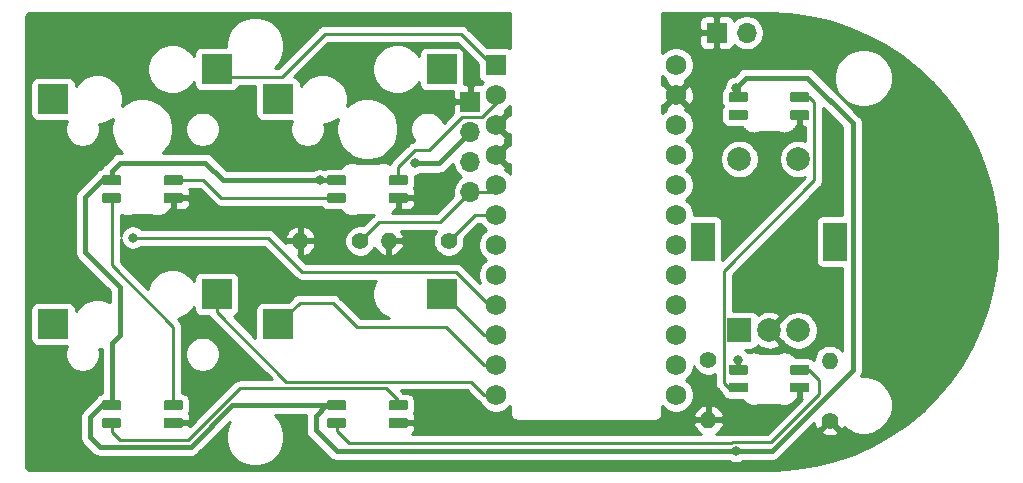
<source format=gbl>
%TF.GenerationSoftware,KiCad,Pcbnew,(5.1.9)-1*%
%TF.CreationDate,2021-11-30T13:31:35+01:00*%
%TF.ProjectId,Little_Big_Scroll,4c697474-6c65-45f4-9269-675f5363726f,v1.0*%
%TF.SameCoordinates,Original*%
%TF.FileFunction,Copper,L2,Bot*%
%TF.FilePolarity,Positive*%
%FSLAX46Y46*%
G04 Gerber Fmt 4.6, Leading zero omitted, Abs format (unit mm)*
G04 Created by KiCad (PCBNEW (5.1.9)-1) date 2021-11-30 13:31:35*
%MOMM*%
%LPD*%
G01*
G04 APERTURE LIST*
%TA.AperFunction,ComponentPad*%
%ADD10C,2.000000*%
%TD*%
%TA.AperFunction,ComponentPad*%
%ADD11R,2.000000X3.200000*%
%TD*%
%TA.AperFunction,ComponentPad*%
%ADD12R,2.000000X2.000000*%
%TD*%
%TA.AperFunction,ComponentPad*%
%ADD13C,1.752600*%
%TD*%
%TA.AperFunction,ComponentPad*%
%ADD14R,1.752600X1.752600*%
%TD*%
%TA.AperFunction,SMDPad,CuDef*%
%ADD15R,2.550000X2.500000*%
%TD*%
%TA.AperFunction,ComponentPad*%
%ADD16O,1.700000X1.700000*%
%TD*%
%TA.AperFunction,ComponentPad*%
%ADD17R,1.700000X1.700000*%
%TD*%
%TA.AperFunction,ComponentPad*%
%ADD18O,1.400000X1.400000*%
%TD*%
%TA.AperFunction,ComponentPad*%
%ADD19C,1.400000*%
%TD*%
%TA.AperFunction,ViaPad*%
%ADD20C,0.800000*%
%TD*%
%TA.AperFunction,Conductor*%
%ADD21C,0.450000*%
%TD*%
%TA.AperFunction,Conductor*%
%ADD22C,0.250000*%
%TD*%
%TA.AperFunction,Conductor*%
%ADD23C,0.254000*%
%TD*%
%TA.AperFunction,Conductor*%
%ADD24C,0.100000*%
%TD*%
G04 APERTURE END LIST*
D10*
X221880000Y-104555000D03*
X216880000Y-104555000D03*
D11*
X224980000Y-111555000D03*
X213780000Y-111555000D03*
D10*
X221880000Y-119055000D03*
X219380000Y-119055000D03*
D12*
X216880000Y-119055000D03*
D13*
X211500000Y-96585000D03*
X196260000Y-124525000D03*
X211500000Y-99125000D03*
X211500000Y-101665000D03*
X211500000Y-104205000D03*
X211500000Y-106745000D03*
X211500000Y-109285000D03*
X211500000Y-111825000D03*
X211500000Y-114365000D03*
X211500000Y-116905000D03*
X211500000Y-119445000D03*
X211500000Y-121985000D03*
X211500000Y-124525000D03*
X196260000Y-121985000D03*
X196260000Y-119445000D03*
X196260000Y-116905000D03*
X196260000Y-114365000D03*
X196260000Y-111825000D03*
X196260000Y-109285000D03*
X196260000Y-106745000D03*
X196260000Y-104205000D03*
X196260000Y-101665000D03*
X196260000Y-99125000D03*
D14*
X196260000Y-96585000D03*
D15*
X177820000Y-118540000D03*
X191670000Y-116000000D03*
X158770000Y-118540000D03*
X172620000Y-116000000D03*
X177820000Y-99490000D03*
X191670000Y-96950000D03*
X158770000Y-99490000D03*
X172620000Y-96950000D03*
D16*
X194105000Y-107340000D03*
X194105000Y-104800000D03*
X194105000Y-102260000D03*
D17*
X194105000Y-99720000D03*
D16*
X217490000Y-93870000D03*
D17*
X214950000Y-93870000D03*
%TA.AperFunction,SMDPad,CuDef*%
G36*
G01*
X221262000Y-123499999D02*
X222698000Y-123499999D01*
G75*
G02*
X222780000Y-123581999I0J-82000D01*
G01*
X222780000Y-124237999D01*
G75*
G02*
X222698000Y-124319999I-82000J0D01*
G01*
X221262000Y-124319999D01*
G75*
G02*
X221180000Y-124237999I0J82000D01*
G01*
X221180000Y-123581999D01*
G75*
G02*
X221262000Y-123499999I82000J0D01*
G01*
G37*
%TD.AperFunction*%
%TA.AperFunction,SMDPad,CuDef*%
G36*
G01*
X221262000Y-121999999D02*
X222698000Y-121999999D01*
G75*
G02*
X222780000Y-122081999I0J-82000D01*
G01*
X222780000Y-122737999D01*
G75*
G02*
X222698000Y-122819999I-82000J0D01*
G01*
X221262000Y-122819999D01*
G75*
G02*
X221180000Y-122737999I0J82000D01*
G01*
X221180000Y-122081999D01*
G75*
G02*
X221262000Y-121999999I82000J0D01*
G01*
G37*
%TD.AperFunction*%
%TA.AperFunction,SMDPad,CuDef*%
G36*
G01*
X216062000Y-123499999D02*
X217498000Y-123499999D01*
G75*
G02*
X217580000Y-123581999I0J-82000D01*
G01*
X217580000Y-124237999D01*
G75*
G02*
X217498000Y-124319999I-82000J0D01*
G01*
X216062000Y-124319999D01*
G75*
G02*
X215980000Y-124237999I0J82000D01*
G01*
X215980000Y-123581999D01*
G75*
G02*
X216062000Y-123499999I82000J0D01*
G01*
G37*
%TD.AperFunction*%
%TA.AperFunction,SMDPad,CuDef*%
G36*
G01*
X216062000Y-121999999D02*
X217498000Y-121999999D01*
G75*
G02*
X217580000Y-122081999I0J-82000D01*
G01*
X217580000Y-122737999D01*
G75*
G02*
X217498000Y-122819999I-82000J0D01*
G01*
X216062000Y-122819999D01*
G75*
G02*
X215980000Y-122737999I0J82000D01*
G01*
X215980000Y-122081999D01*
G75*
G02*
X216062000Y-121999999I82000J0D01*
G01*
G37*
%TD.AperFunction*%
%TA.AperFunction,SMDPad,CuDef*%
G36*
G01*
X221262000Y-100424999D02*
X222698000Y-100424999D01*
G75*
G02*
X222780000Y-100506999I0J-82000D01*
G01*
X222780000Y-101162999D01*
G75*
G02*
X222698000Y-101244999I-82000J0D01*
G01*
X221262000Y-101244999D01*
G75*
G02*
X221180000Y-101162999I0J82000D01*
G01*
X221180000Y-100506999D01*
G75*
G02*
X221262000Y-100424999I82000J0D01*
G01*
G37*
%TD.AperFunction*%
%TA.AperFunction,SMDPad,CuDef*%
G36*
G01*
X221262000Y-98924999D02*
X222698000Y-98924999D01*
G75*
G02*
X222780000Y-99006999I0J-82000D01*
G01*
X222780000Y-99662999D01*
G75*
G02*
X222698000Y-99744999I-82000J0D01*
G01*
X221262000Y-99744999D01*
G75*
G02*
X221180000Y-99662999I0J82000D01*
G01*
X221180000Y-99006999D01*
G75*
G02*
X221262000Y-98924999I82000J0D01*
G01*
G37*
%TD.AperFunction*%
%TA.AperFunction,SMDPad,CuDef*%
G36*
G01*
X216062000Y-100424999D02*
X217498000Y-100424999D01*
G75*
G02*
X217580000Y-100506999I0J-82000D01*
G01*
X217580000Y-101162999D01*
G75*
G02*
X217498000Y-101244999I-82000J0D01*
G01*
X216062000Y-101244999D01*
G75*
G02*
X215980000Y-101162999I0J82000D01*
G01*
X215980000Y-100506999D01*
G75*
G02*
X216062000Y-100424999I82000J0D01*
G01*
G37*
%TD.AperFunction*%
%TA.AperFunction,SMDPad,CuDef*%
G36*
G01*
X216062000Y-98924999D02*
X217498000Y-98924999D01*
G75*
G02*
X217580000Y-99006999I0J-82000D01*
G01*
X217580000Y-99662999D01*
G75*
G02*
X217498000Y-99744999I-82000J0D01*
G01*
X216062000Y-99744999D01*
G75*
G02*
X215980000Y-99662999I0J82000D01*
G01*
X215980000Y-99006999D01*
G75*
G02*
X216062000Y-98924999I82000J0D01*
G01*
G37*
%TD.AperFunction*%
D18*
X224520000Y-121620000D03*
D19*
X224520000Y-126700000D03*
D18*
X214250000Y-126650000D03*
D19*
X214250000Y-121570000D03*
D18*
X187180000Y-111480000D03*
D19*
X192260000Y-111480000D03*
D18*
X179690000Y-111500000D03*
D19*
X184770000Y-111500000D03*
%TA.AperFunction,SMDPad,CuDef*%
G36*
G01*
X187262000Y-126499999D02*
X188698000Y-126499999D01*
G75*
G02*
X188780000Y-126581999I0J-82000D01*
G01*
X188780000Y-127237999D01*
G75*
G02*
X188698000Y-127319999I-82000J0D01*
G01*
X187262000Y-127319999D01*
G75*
G02*
X187180000Y-127237999I0J82000D01*
G01*
X187180000Y-126581999D01*
G75*
G02*
X187262000Y-126499999I82000J0D01*
G01*
G37*
%TD.AperFunction*%
%TA.AperFunction,SMDPad,CuDef*%
G36*
G01*
X187262000Y-124999999D02*
X188698000Y-124999999D01*
G75*
G02*
X188780000Y-125081999I0J-82000D01*
G01*
X188780000Y-125737999D01*
G75*
G02*
X188698000Y-125819999I-82000J0D01*
G01*
X187262000Y-125819999D01*
G75*
G02*
X187180000Y-125737999I0J82000D01*
G01*
X187180000Y-125081999D01*
G75*
G02*
X187262000Y-124999999I82000J0D01*
G01*
G37*
%TD.AperFunction*%
%TA.AperFunction,SMDPad,CuDef*%
G36*
G01*
X182062000Y-126499999D02*
X183498000Y-126499999D01*
G75*
G02*
X183580000Y-126581999I0J-82000D01*
G01*
X183580000Y-127237999D01*
G75*
G02*
X183498000Y-127319999I-82000J0D01*
G01*
X182062000Y-127319999D01*
G75*
G02*
X181980000Y-127237999I0J82000D01*
G01*
X181980000Y-126581999D01*
G75*
G02*
X182062000Y-126499999I82000J0D01*
G01*
G37*
%TD.AperFunction*%
%TA.AperFunction,SMDPad,CuDef*%
G36*
G01*
X182062000Y-124999999D02*
X183498000Y-124999999D01*
G75*
G02*
X183580000Y-125081999I0J-82000D01*
G01*
X183580000Y-125737999D01*
G75*
G02*
X183498000Y-125819999I-82000J0D01*
G01*
X182062000Y-125819999D01*
G75*
G02*
X181980000Y-125737999I0J82000D01*
G01*
X181980000Y-125081999D01*
G75*
G02*
X182062000Y-124999999I82000J0D01*
G01*
G37*
%TD.AperFunction*%
%TA.AperFunction,SMDPad,CuDef*%
G36*
G01*
X168212000Y-126499999D02*
X169648000Y-126499999D01*
G75*
G02*
X169730000Y-126581999I0J-82000D01*
G01*
X169730000Y-127237999D01*
G75*
G02*
X169648000Y-127319999I-82000J0D01*
G01*
X168212000Y-127319999D01*
G75*
G02*
X168130000Y-127237999I0J82000D01*
G01*
X168130000Y-126581999D01*
G75*
G02*
X168212000Y-126499999I82000J0D01*
G01*
G37*
%TD.AperFunction*%
%TA.AperFunction,SMDPad,CuDef*%
G36*
G01*
X168212000Y-124999999D02*
X169648000Y-124999999D01*
G75*
G02*
X169730000Y-125081999I0J-82000D01*
G01*
X169730000Y-125737999D01*
G75*
G02*
X169648000Y-125819999I-82000J0D01*
G01*
X168212000Y-125819999D01*
G75*
G02*
X168130000Y-125737999I0J82000D01*
G01*
X168130000Y-125081999D01*
G75*
G02*
X168212000Y-124999999I82000J0D01*
G01*
G37*
%TD.AperFunction*%
%TA.AperFunction,SMDPad,CuDef*%
G36*
G01*
X163012000Y-126499999D02*
X164448000Y-126499999D01*
G75*
G02*
X164530000Y-126581999I0J-82000D01*
G01*
X164530000Y-127237999D01*
G75*
G02*
X164448000Y-127319999I-82000J0D01*
G01*
X163012000Y-127319999D01*
G75*
G02*
X162930000Y-127237999I0J82000D01*
G01*
X162930000Y-126581999D01*
G75*
G02*
X163012000Y-126499999I82000J0D01*
G01*
G37*
%TD.AperFunction*%
%TA.AperFunction,SMDPad,CuDef*%
G36*
G01*
X163012000Y-124999999D02*
X164448000Y-124999999D01*
G75*
G02*
X164530000Y-125081999I0J-82000D01*
G01*
X164530000Y-125737999D01*
G75*
G02*
X164448000Y-125819999I-82000J0D01*
G01*
X163012000Y-125819999D01*
G75*
G02*
X162930000Y-125737999I0J82000D01*
G01*
X162930000Y-125081999D01*
G75*
G02*
X163012000Y-124999999I82000J0D01*
G01*
G37*
%TD.AperFunction*%
%TA.AperFunction,SMDPad,CuDef*%
G36*
G01*
X168212000Y-107449999D02*
X169648000Y-107449999D01*
G75*
G02*
X169730000Y-107531999I0J-82000D01*
G01*
X169730000Y-108187999D01*
G75*
G02*
X169648000Y-108269999I-82000J0D01*
G01*
X168212000Y-108269999D01*
G75*
G02*
X168130000Y-108187999I0J82000D01*
G01*
X168130000Y-107531999D01*
G75*
G02*
X168212000Y-107449999I82000J0D01*
G01*
G37*
%TD.AperFunction*%
%TA.AperFunction,SMDPad,CuDef*%
G36*
G01*
X168212000Y-105949999D02*
X169648000Y-105949999D01*
G75*
G02*
X169730000Y-106031999I0J-82000D01*
G01*
X169730000Y-106687999D01*
G75*
G02*
X169648000Y-106769999I-82000J0D01*
G01*
X168212000Y-106769999D01*
G75*
G02*
X168130000Y-106687999I0J82000D01*
G01*
X168130000Y-106031999D01*
G75*
G02*
X168212000Y-105949999I82000J0D01*
G01*
G37*
%TD.AperFunction*%
%TA.AperFunction,SMDPad,CuDef*%
G36*
G01*
X163012000Y-107449999D02*
X164448000Y-107449999D01*
G75*
G02*
X164530000Y-107531999I0J-82000D01*
G01*
X164530000Y-108187999D01*
G75*
G02*
X164448000Y-108269999I-82000J0D01*
G01*
X163012000Y-108269999D01*
G75*
G02*
X162930000Y-108187999I0J82000D01*
G01*
X162930000Y-107531999D01*
G75*
G02*
X163012000Y-107449999I82000J0D01*
G01*
G37*
%TD.AperFunction*%
%TA.AperFunction,SMDPad,CuDef*%
G36*
G01*
X163012000Y-105949999D02*
X164448000Y-105949999D01*
G75*
G02*
X164530000Y-106031999I0J-82000D01*
G01*
X164530000Y-106687999D01*
G75*
G02*
X164448000Y-106769999I-82000J0D01*
G01*
X163012000Y-106769999D01*
G75*
G02*
X162930000Y-106687999I0J82000D01*
G01*
X162930000Y-106031999D01*
G75*
G02*
X163012000Y-105949999I82000J0D01*
G01*
G37*
%TD.AperFunction*%
%TA.AperFunction,SMDPad,CuDef*%
G36*
G01*
X187262000Y-107449999D02*
X188698000Y-107449999D01*
G75*
G02*
X188780000Y-107531999I0J-82000D01*
G01*
X188780000Y-108187999D01*
G75*
G02*
X188698000Y-108269999I-82000J0D01*
G01*
X187262000Y-108269999D01*
G75*
G02*
X187180000Y-108187999I0J82000D01*
G01*
X187180000Y-107531999D01*
G75*
G02*
X187262000Y-107449999I82000J0D01*
G01*
G37*
%TD.AperFunction*%
%TA.AperFunction,SMDPad,CuDef*%
G36*
G01*
X187262000Y-105949999D02*
X188698000Y-105949999D01*
G75*
G02*
X188780000Y-106031999I0J-82000D01*
G01*
X188780000Y-106687999D01*
G75*
G02*
X188698000Y-106769999I-82000J0D01*
G01*
X187262000Y-106769999D01*
G75*
G02*
X187180000Y-106687999I0J82000D01*
G01*
X187180000Y-106031999D01*
G75*
G02*
X187262000Y-105949999I82000J0D01*
G01*
G37*
%TD.AperFunction*%
%TA.AperFunction,SMDPad,CuDef*%
G36*
G01*
X182062000Y-107449999D02*
X183498000Y-107449999D01*
G75*
G02*
X183580000Y-107531999I0J-82000D01*
G01*
X183580000Y-108187999D01*
G75*
G02*
X183498000Y-108269999I-82000J0D01*
G01*
X182062000Y-108269999D01*
G75*
G02*
X181980000Y-108187999I0J82000D01*
G01*
X181980000Y-107531999D01*
G75*
G02*
X182062000Y-107449999I82000J0D01*
G01*
G37*
%TD.AperFunction*%
%TA.AperFunction,SMDPad,CuDef*%
G36*
G01*
X182062000Y-105949999D02*
X183498000Y-105949999D01*
G75*
G02*
X183580000Y-106031999I0J-82000D01*
G01*
X183580000Y-106687999D01*
G75*
G02*
X183498000Y-106769999I-82000J0D01*
G01*
X182062000Y-106769999D01*
G75*
G02*
X181980000Y-106687999I0J82000D01*
G01*
X181980000Y-106031999D01*
G75*
G02*
X182062000Y-105949999I82000J0D01*
G01*
G37*
%TD.AperFunction*%
D20*
X159330000Y-112360000D03*
X160240000Y-125500000D03*
X171710000Y-112540000D03*
X171870000Y-123220000D03*
X193294000Y-126492000D03*
X191770000Y-106426000D03*
X236970000Y-112040000D03*
X219202000Y-126238000D03*
X218440000Y-116586000D03*
X181330001Y-106359999D03*
X216612227Y-98515010D03*
X189372631Y-104928360D03*
X216586000Y-129286000D03*
X216770000Y-121540000D03*
X165520000Y-111210000D03*
X158770000Y-99490000D03*
X177820000Y-99490000D03*
X191670000Y-96950000D03*
X158770000Y-118540000D03*
D21*
X164446442Y-104885029D02*
X163730000Y-105601471D01*
X163730000Y-105601471D02*
X163730000Y-106359999D01*
X171645028Y-104885029D02*
X164446442Y-104885029D01*
X173119999Y-106359999D02*
X171645028Y-104885029D01*
X164445001Y-119464001D02*
X164445001Y-115395001D01*
X163730000Y-120179002D02*
X164445001Y-119464001D01*
X163730000Y-125409999D02*
X163730000Y-120179002D01*
X164445001Y-115395001D02*
X161490000Y-112440000D01*
X161490000Y-107799999D02*
X162930000Y-106359999D01*
X162930000Y-106359999D02*
X163730000Y-106359999D01*
X161490000Y-112440000D02*
X161490000Y-107799999D01*
X181330001Y-106359999D02*
X173119999Y-106359999D01*
X182780000Y-106359999D02*
X181330001Y-106359999D01*
X173920001Y-125409999D02*
X182780000Y-125409999D01*
X161900000Y-128100000D02*
X162710000Y-128910000D01*
X163730000Y-125409999D02*
X162930000Y-125409999D01*
X162710000Y-128910000D02*
X170420000Y-128910000D01*
X161900000Y-126439999D02*
X161900000Y-128100000D01*
X162930000Y-125409999D02*
X161900000Y-126439999D01*
X170420000Y-128910000D02*
X173920001Y-125409999D01*
X216780000Y-99334999D02*
X216780000Y-98682783D01*
X216780000Y-98682783D02*
X216612227Y-98515010D01*
X194105000Y-102260000D02*
X191436640Y-104928360D01*
X191436640Y-104928360D02*
X189372631Y-104928360D01*
X181020000Y-126280000D02*
X181020000Y-127540000D01*
X181020000Y-127540000D02*
X182766000Y-129286000D01*
X181890001Y-125409999D02*
X181020000Y-126280000D01*
X182780000Y-125409999D02*
X181890001Y-125409999D01*
X216780000Y-121550000D02*
X216770000Y-121540000D01*
X216780000Y-122409999D02*
X216780000Y-121550000D01*
X182766000Y-129286000D02*
X216586000Y-129286000D01*
X222620000Y-97680000D02*
X217447237Y-97680000D01*
X217447237Y-97680000D02*
X216612227Y-98515010D01*
X226459999Y-101519999D02*
X222620000Y-97680000D01*
X226459999Y-122437834D02*
X226459999Y-101519999D01*
X219611833Y-129286000D02*
X226459999Y-122437834D01*
X216586000Y-129286000D02*
X219611833Y-129286000D01*
D22*
X196260000Y-99850002D02*
X196260000Y-99125000D01*
X195108703Y-101001299D02*
X196260000Y-99850002D01*
X190600000Y-103790000D02*
X193388701Y-101001299D01*
X189437986Y-103790000D02*
X190600000Y-103790000D01*
X193388701Y-101001299D02*
X195108703Y-101001299D01*
X187980000Y-105247986D02*
X189437986Y-103790000D01*
X187980000Y-106359999D02*
X187980000Y-105247986D01*
X182780000Y-107859999D02*
X172999999Y-107859999D01*
X171499999Y-106359999D02*
X168930000Y-106359999D01*
X172999999Y-107859999D02*
X171499999Y-106359999D01*
X168930000Y-118761002D02*
X168930000Y-125409999D01*
X163730000Y-113561002D02*
X168930000Y-118761002D01*
X163730000Y-107859999D02*
X163730000Y-113561002D01*
X187980000Y-124999999D02*
X187980000Y-125409999D01*
X163730000Y-126909999D02*
X163730000Y-127665631D01*
X186964941Y-123984940D02*
X187980000Y-124999999D01*
X174567228Y-123984940D02*
X186964941Y-123984940D01*
X164424358Y-128359989D02*
X170192179Y-128359989D01*
X163730000Y-127665631D02*
X164424358Y-128359989D01*
X170192179Y-128359989D02*
X174567228Y-123984940D01*
X222780000Y-122409999D02*
X221980000Y-122409999D01*
X223640000Y-124480000D02*
X223640000Y-123269999D01*
X223640000Y-123269999D02*
X222780000Y-122409999D01*
X219559001Y-128560999D02*
X223640000Y-124480000D01*
X216228998Y-128570000D02*
X216237999Y-128560999D01*
X183788089Y-128570000D02*
X216228998Y-128570000D01*
X216237999Y-128560999D02*
X219559001Y-128560999D01*
X182780000Y-127561911D02*
X183788089Y-128570000D01*
X182780000Y-126909999D02*
X182780000Y-127561911D01*
X222780000Y-99334999D02*
X223205001Y-99760000D01*
X221980000Y-99334999D02*
X222780000Y-99334999D01*
X215980000Y-123909999D02*
X215554999Y-123484998D01*
X215554999Y-123484998D02*
X215554999Y-114025001D01*
X216780000Y-123909999D02*
X215980000Y-123909999D01*
X223205001Y-106374999D02*
X223205001Y-105434999D01*
X215554999Y-114025001D02*
X223205001Y-106374999D01*
X223205001Y-99760000D02*
X223205001Y-105434999D01*
X194105000Y-107340000D02*
X191545000Y-109900000D01*
X186370000Y-109900000D02*
X184770000Y-111500000D01*
X191545000Y-109900000D02*
X186370000Y-109900000D01*
X195665000Y-107340000D02*
X194105000Y-107340000D01*
X196260000Y-106745000D02*
X195665000Y-107340000D01*
X194455000Y-109285000D02*
X192260000Y-111480000D01*
X196260000Y-109285000D02*
X194455000Y-109285000D01*
X192889501Y-114109499D02*
X195685002Y-116905000D01*
X179840501Y-114109499D02*
X192889501Y-114109499D01*
X195685002Y-116905000D02*
X196260000Y-116905000D01*
X176941002Y-111210000D02*
X179840501Y-114109499D01*
X165520000Y-111210000D02*
X176941002Y-111210000D01*
X173250001Y-97580001D02*
X172620000Y-96950000D01*
X178119999Y-97580001D02*
X173250001Y-97580001D01*
X181755001Y-93944999D02*
X178119999Y-97580001D01*
X193284999Y-93944999D02*
X181755001Y-93944999D01*
X195925000Y-96585000D02*
X193284999Y-93944999D01*
X196260000Y-96585000D02*
X195925000Y-96585000D01*
X172620000Y-117500000D02*
X172620000Y-116000000D01*
X178518901Y-123398901D02*
X172620000Y-117500000D01*
X194133901Y-123398901D02*
X178518901Y-123398901D01*
X195260000Y-124525000D02*
X194133901Y-123398901D01*
X196260000Y-124525000D02*
X195260000Y-124525000D01*
X179645001Y-116714999D02*
X177820000Y-118540000D01*
X182446001Y-116714999D02*
X179645001Y-116714999D01*
X184492101Y-118761099D02*
X182446001Y-116714999D01*
X192036099Y-118761099D02*
X184492101Y-118761099D01*
X195260000Y-121985000D02*
X192036099Y-118761099D01*
X196260000Y-121985000D02*
X195260000Y-121985000D01*
X195260000Y-119445000D02*
X191815000Y-116000000D01*
X191815000Y-116000000D02*
X191670000Y-116000000D01*
X196260000Y-119445000D02*
X195260000Y-119445000D01*
D23*
X197460001Y-95161703D02*
X197380480Y-95119198D01*
X197260782Y-95082888D01*
X197136300Y-95070628D01*
X195485430Y-95070628D01*
X193848803Y-93434002D01*
X193825000Y-93404998D01*
X193709275Y-93310025D01*
X193577246Y-93239453D01*
X193433985Y-93195996D01*
X193322332Y-93184999D01*
X193322321Y-93184999D01*
X193284999Y-93181323D01*
X193247677Y-93184999D01*
X181792323Y-93184999D01*
X181755000Y-93181323D01*
X181717677Y-93184999D01*
X181717668Y-93184999D01*
X181606015Y-93195996D01*
X181489002Y-93231491D01*
X181462754Y-93239453D01*
X181330724Y-93310025D01*
X181273498Y-93356990D01*
X181215000Y-93404998D01*
X181191202Y-93433996D01*
X177805198Y-96820001D01*
X177554320Y-96820001D01*
X177785226Y-96589095D01*
X178057179Y-96182089D01*
X178244503Y-95729848D01*
X178340000Y-95249751D01*
X178340000Y-94760249D01*
X178244503Y-94280152D01*
X178057179Y-93827911D01*
X177785226Y-93420905D01*
X177439095Y-93074774D01*
X177032089Y-92802821D01*
X176579848Y-92615497D01*
X176099751Y-92520000D01*
X175610249Y-92520000D01*
X175130152Y-92615497D01*
X174677911Y-92802821D01*
X174270905Y-93074774D01*
X173924774Y-93420905D01*
X173652821Y-93827911D01*
X173465497Y-94280152D01*
X173370000Y-94760249D01*
X173370000Y-95061928D01*
X171345000Y-95061928D01*
X171220518Y-95074188D01*
X171100820Y-95110498D01*
X170990506Y-95169463D01*
X170893815Y-95248815D01*
X170814463Y-95345506D01*
X170755498Y-95455820D01*
X170719188Y-95575518D01*
X170706928Y-95700000D01*
X170706928Y-95856259D01*
X170528363Y-95589017D01*
X170230983Y-95291637D01*
X169881302Y-95057988D01*
X169492756Y-94897047D01*
X169080279Y-94815000D01*
X168659721Y-94815000D01*
X168247244Y-94897047D01*
X167858698Y-95057988D01*
X167509017Y-95291637D01*
X167211637Y-95589017D01*
X166977988Y-95938698D01*
X166817047Y-96327244D01*
X166735000Y-96739721D01*
X166735000Y-97160279D01*
X166817047Y-97572756D01*
X166977988Y-97961302D01*
X167211637Y-98310983D01*
X167509017Y-98608363D01*
X167858698Y-98842012D01*
X168247244Y-99002953D01*
X168659721Y-99085000D01*
X169080279Y-99085000D01*
X169492756Y-99002953D01*
X169881302Y-98842012D01*
X170230983Y-98608363D01*
X170528363Y-98310983D01*
X170706928Y-98043741D01*
X170706928Y-98200000D01*
X170719188Y-98324482D01*
X170755498Y-98444180D01*
X170814463Y-98554494D01*
X170893815Y-98651185D01*
X170990506Y-98730537D01*
X171100820Y-98789502D01*
X171220518Y-98825812D01*
X171345000Y-98838072D01*
X173895000Y-98838072D01*
X174019482Y-98825812D01*
X174139180Y-98789502D01*
X174249494Y-98730537D01*
X174346185Y-98651185D01*
X174425537Y-98554494D01*
X174484502Y-98444180D01*
X174516104Y-98340001D01*
X175906928Y-98340001D01*
X175906928Y-100740000D01*
X175919188Y-100864482D01*
X175955498Y-100984180D01*
X176014463Y-101094494D01*
X176093815Y-101191185D01*
X176190506Y-101270537D01*
X176300820Y-101329502D01*
X176420518Y-101365812D01*
X176545000Y-101378072D01*
X178961710Y-101378072D01*
X178871202Y-101596579D01*
X178814100Y-101883652D01*
X178814100Y-102176348D01*
X178871202Y-102463421D01*
X178983212Y-102733838D01*
X179145826Y-102977206D01*
X179352794Y-103184174D01*
X179596162Y-103346788D01*
X179866579Y-103458798D01*
X180153652Y-103515900D01*
X180446348Y-103515900D01*
X180733421Y-103458798D01*
X181003838Y-103346788D01*
X181247206Y-103184174D01*
X181454174Y-102977206D01*
X181616788Y-102733838D01*
X181728798Y-102463421D01*
X181785900Y-102176348D01*
X181785900Y-101883652D01*
X181734451Y-101625000D01*
X181780279Y-101625000D01*
X182192756Y-101542953D01*
X182581302Y-101382012D01*
X182887708Y-101177279D01*
X182852127Y-101263178D01*
X182751100Y-101771076D01*
X182751100Y-102288924D01*
X182852127Y-102796822D01*
X183050299Y-103275251D01*
X183338000Y-103705826D01*
X183704174Y-104072000D01*
X184134749Y-104359701D01*
X184613178Y-104557873D01*
X185121076Y-104658900D01*
X185638924Y-104658900D01*
X186146822Y-104557873D01*
X186625251Y-104359701D01*
X187055826Y-104072000D01*
X187422000Y-103705826D01*
X187709701Y-103275251D01*
X187907873Y-102796822D01*
X188008900Y-102288924D01*
X188008900Y-101771076D01*
X187907873Y-101263178D01*
X187709701Y-100784749D01*
X187422000Y-100354174D01*
X187055826Y-99988000D01*
X186625251Y-99700299D01*
X186146822Y-99502127D01*
X185638924Y-99401100D01*
X185121076Y-99401100D01*
X184613178Y-99502127D01*
X184134749Y-99700299D01*
X183704174Y-99988000D01*
X183633763Y-100058411D01*
X183705000Y-99700279D01*
X183705000Y-99279721D01*
X183622953Y-98867244D01*
X183462012Y-98478698D01*
X183228363Y-98129017D01*
X182930983Y-97831637D01*
X182581302Y-97597988D01*
X182192756Y-97437047D01*
X181780279Y-97355000D01*
X181359721Y-97355000D01*
X180947244Y-97437047D01*
X180558698Y-97597988D01*
X180209017Y-97831637D01*
X179911637Y-98129017D01*
X179733072Y-98396259D01*
X179733072Y-98240000D01*
X179720812Y-98115518D01*
X179684502Y-97995820D01*
X179625537Y-97885506D01*
X179546185Y-97788815D01*
X179449494Y-97709463D01*
X179339180Y-97650498D01*
X179219482Y-97614188D01*
X179165891Y-97608910D01*
X180035080Y-96739721D01*
X185785000Y-96739721D01*
X185785000Y-97160279D01*
X185867047Y-97572756D01*
X186027988Y-97961302D01*
X186261637Y-98310983D01*
X186559017Y-98608363D01*
X186908698Y-98842012D01*
X187297244Y-99002953D01*
X187709721Y-99085000D01*
X188130279Y-99085000D01*
X188542756Y-99002953D01*
X188931302Y-98842012D01*
X189280983Y-98608363D01*
X189578363Y-98310983D01*
X189756928Y-98043741D01*
X189756928Y-98200000D01*
X189769188Y-98324482D01*
X189805498Y-98444180D01*
X189864463Y-98554494D01*
X189943815Y-98651185D01*
X190040506Y-98730537D01*
X190150820Y-98789502D01*
X190270518Y-98825812D01*
X190395000Y-98838072D01*
X192620073Y-98838072D01*
X192616928Y-98870000D01*
X192620000Y-99434250D01*
X192778750Y-99593000D01*
X193978000Y-99593000D01*
X193978000Y-98393750D01*
X193819250Y-98235000D01*
X193579753Y-98233696D01*
X193583072Y-98200000D01*
X193583072Y-95700000D01*
X193570812Y-95575518D01*
X193534502Y-95455820D01*
X193475537Y-95345506D01*
X193396185Y-95248815D01*
X193299494Y-95169463D01*
X193189180Y-95110498D01*
X193069482Y-95074188D01*
X192945000Y-95061928D01*
X190395000Y-95061928D01*
X190270518Y-95074188D01*
X190150820Y-95110498D01*
X190040506Y-95169463D01*
X189943815Y-95248815D01*
X189864463Y-95345506D01*
X189805498Y-95455820D01*
X189769188Y-95575518D01*
X189756928Y-95700000D01*
X189756928Y-95856259D01*
X189578363Y-95589017D01*
X189280983Y-95291637D01*
X188931302Y-95057988D01*
X188542756Y-94897047D01*
X188130279Y-94815000D01*
X187709721Y-94815000D01*
X187297244Y-94897047D01*
X186908698Y-95057988D01*
X186559017Y-95291637D01*
X186261637Y-95589017D01*
X186027988Y-95938698D01*
X185867047Y-96327244D01*
X185785000Y-96739721D01*
X180035080Y-96739721D01*
X182069803Y-94704999D01*
X192970198Y-94704999D01*
X194745628Y-96480430D01*
X194745628Y-97461300D01*
X194757888Y-97585782D01*
X194794198Y-97705480D01*
X194853163Y-97815794D01*
X194932515Y-97912485D01*
X195029206Y-97991837D01*
X195139520Y-98050802D01*
X195183542Y-98064156D01*
X195086096Y-98161602D01*
X195033913Y-98239700D01*
X194955000Y-98231928D01*
X194390750Y-98235000D01*
X194232000Y-98393750D01*
X194232000Y-99593000D01*
X194252000Y-99593000D01*
X194252000Y-99847000D01*
X194232000Y-99847000D01*
X194232000Y-99867000D01*
X193978000Y-99867000D01*
X193978000Y-99847000D01*
X192778750Y-99847000D01*
X192620000Y-100005750D01*
X192616928Y-100570000D01*
X192628428Y-100686770D01*
X191838954Y-101476244D01*
X191776788Y-101326162D01*
X191614174Y-101082794D01*
X191407206Y-100875826D01*
X191163838Y-100713212D01*
X190893421Y-100601202D01*
X190606348Y-100544100D01*
X190313652Y-100544100D01*
X190026579Y-100601202D01*
X189756162Y-100713212D01*
X189512794Y-100875826D01*
X189305826Y-101082794D01*
X189143212Y-101326162D01*
X189031202Y-101596579D01*
X188974100Y-101883652D01*
X188974100Y-102176348D01*
X189031202Y-102463421D01*
X189143212Y-102733838D01*
X189305826Y-102977206D01*
X189362389Y-103033769D01*
X189289000Y-103040997D01*
X189145739Y-103084454D01*
X189013710Y-103155026D01*
X188897985Y-103249999D01*
X188874187Y-103278997D01*
X187468998Y-104684187D01*
X187440000Y-104707985D01*
X187416202Y-104736983D01*
X187416201Y-104736984D01*
X187345026Y-104823710D01*
X187276200Y-104952474D01*
X187251681Y-104937566D01*
X187195720Y-104910634D01*
X187140181Y-104882942D01*
X187131223Y-104879592D01*
X187039584Y-104846055D01*
X186979470Y-104830508D01*
X186919587Y-104814125D01*
X186910149Y-104812579D01*
X186813742Y-104797481D01*
X186751759Y-104793906D01*
X186689836Y-104789467D01*
X186680277Y-104789783D01*
X186582771Y-104793699D01*
X186521312Y-104802226D01*
X186459667Y-104809904D01*
X186450352Y-104812071D01*
X186355465Y-104834850D01*
X186296778Y-104855171D01*
X186237854Y-104874658D01*
X186229137Y-104878593D01*
X186140482Y-104919368D01*
X186128237Y-104925000D01*
X184629868Y-104925000D01*
X184620736Y-104919579D01*
X184612046Y-104915584D01*
X184523104Y-104875437D01*
X184464281Y-104855533D01*
X184405771Y-104834821D01*
X184396471Y-104832589D01*
X184396468Y-104832588D01*
X184396465Y-104832588D01*
X184301426Y-104810482D01*
X184239863Y-104802384D01*
X184178436Y-104793429D01*
X184168879Y-104793046D01*
X184071349Y-104789821D01*
X184009396Y-104793834D01*
X183947389Y-104796982D01*
X183937940Y-104798463D01*
X183841642Y-104814243D01*
X183781666Y-104830209D01*
X183721435Y-104845344D01*
X183712453Y-104848632D01*
X183621054Y-104882816D01*
X183565316Y-104910129D01*
X183509174Y-104936675D01*
X183501002Y-104941644D01*
X183417983Y-104992930D01*
X183368590Y-105030567D01*
X183318697Y-105067494D01*
X183311646Y-105073956D01*
X183240170Y-105140390D01*
X183199053Y-105186874D01*
X183157258Y-105232816D01*
X183151597Y-105240525D01*
X183099922Y-105311927D01*
X182062000Y-105311927D01*
X181921521Y-105325763D01*
X181786440Y-105366739D01*
X181721039Y-105401696D01*
X181631899Y-105364773D01*
X181431940Y-105324999D01*
X181228062Y-105324999D01*
X181028103Y-105364773D01*
X180839745Y-105442794D01*
X180754131Y-105499999D01*
X173476222Y-105499999D01*
X172283016Y-104306794D01*
X172256082Y-104273975D01*
X172125130Y-104166505D01*
X171975728Y-104086648D01*
X171813617Y-104037473D01*
X171687274Y-104025029D01*
X171687267Y-104025029D01*
X171645028Y-104020869D01*
X171602789Y-104025029D01*
X168052797Y-104025029D01*
X168372000Y-103705826D01*
X168659701Y-103275251D01*
X168857873Y-102796822D01*
X168958900Y-102288924D01*
X168958900Y-101883652D01*
X169924100Y-101883652D01*
X169924100Y-102176348D01*
X169981202Y-102463421D01*
X170093212Y-102733838D01*
X170255826Y-102977206D01*
X170462794Y-103184174D01*
X170706162Y-103346788D01*
X170976579Y-103458798D01*
X171263652Y-103515900D01*
X171556348Y-103515900D01*
X171843421Y-103458798D01*
X172113838Y-103346788D01*
X172357206Y-103184174D01*
X172564174Y-102977206D01*
X172726788Y-102733838D01*
X172838798Y-102463421D01*
X172895900Y-102176348D01*
X172895900Y-101883652D01*
X172838798Y-101596579D01*
X172726788Y-101326162D01*
X172564174Y-101082794D01*
X172357206Y-100875826D01*
X172113838Y-100713212D01*
X171843421Y-100601202D01*
X171556348Y-100544100D01*
X171263652Y-100544100D01*
X170976579Y-100601202D01*
X170706162Y-100713212D01*
X170462794Y-100875826D01*
X170255826Y-101082794D01*
X170093212Y-101326162D01*
X169981202Y-101596579D01*
X169924100Y-101883652D01*
X168958900Y-101883652D01*
X168958900Y-101771076D01*
X168857873Y-101263178D01*
X168659701Y-100784749D01*
X168372000Y-100354174D01*
X168005826Y-99988000D01*
X167575251Y-99700299D01*
X167096822Y-99502127D01*
X166588924Y-99401100D01*
X166071076Y-99401100D01*
X165563178Y-99502127D01*
X165084749Y-99700299D01*
X164654174Y-99988000D01*
X164583763Y-100058411D01*
X164655000Y-99700279D01*
X164655000Y-99279721D01*
X164572953Y-98867244D01*
X164412012Y-98478698D01*
X164178363Y-98129017D01*
X163880983Y-97831637D01*
X163531302Y-97597988D01*
X163142756Y-97437047D01*
X162730279Y-97355000D01*
X162309721Y-97355000D01*
X161897244Y-97437047D01*
X161508698Y-97597988D01*
X161159017Y-97831637D01*
X160861637Y-98129017D01*
X160683072Y-98396259D01*
X160683072Y-98240000D01*
X160670812Y-98115518D01*
X160634502Y-97995820D01*
X160575537Y-97885506D01*
X160496185Y-97788815D01*
X160399494Y-97709463D01*
X160289180Y-97650498D01*
X160169482Y-97614188D01*
X160045000Y-97601928D01*
X157495000Y-97601928D01*
X157370518Y-97614188D01*
X157250820Y-97650498D01*
X157140506Y-97709463D01*
X157043815Y-97788815D01*
X156964463Y-97885506D01*
X156905498Y-97995820D01*
X156869188Y-98115518D01*
X156856928Y-98240000D01*
X156856928Y-100740000D01*
X156869188Y-100864482D01*
X156905498Y-100984180D01*
X156964463Y-101094494D01*
X157043815Y-101191185D01*
X157140506Y-101270537D01*
X157250820Y-101329502D01*
X157370518Y-101365812D01*
X157495000Y-101378072D01*
X159911710Y-101378072D01*
X159821202Y-101596579D01*
X159764100Y-101883652D01*
X159764100Y-102176348D01*
X159821202Y-102463421D01*
X159933212Y-102733838D01*
X160095826Y-102977206D01*
X160302794Y-103184174D01*
X160546162Y-103346788D01*
X160816579Y-103458798D01*
X161103652Y-103515900D01*
X161396348Y-103515900D01*
X161683421Y-103458798D01*
X161953838Y-103346788D01*
X162197206Y-103184174D01*
X162404174Y-102977206D01*
X162566788Y-102733838D01*
X162678798Y-102463421D01*
X162735900Y-102176348D01*
X162735900Y-101883652D01*
X162684451Y-101625000D01*
X162730279Y-101625000D01*
X163142756Y-101542953D01*
X163531302Y-101382012D01*
X163837708Y-101177279D01*
X163802127Y-101263178D01*
X163701100Y-101771076D01*
X163701100Y-102288924D01*
X163802127Y-102796822D01*
X164000299Y-103275251D01*
X164288000Y-103705826D01*
X164607203Y-104025029D01*
X164488681Y-104025029D01*
X164446442Y-104020869D01*
X164404203Y-104025029D01*
X164404196Y-104025029D01*
X164293417Y-104035940D01*
X164277852Y-104037473D01*
X164228677Y-104052390D01*
X164115742Y-104086648D01*
X163966340Y-104166505D01*
X163835388Y-104273975D01*
X163808458Y-104306789D01*
X163151764Y-104963483D01*
X163118946Y-104990417D01*
X163011476Y-105121370D01*
X162931619Y-105270772D01*
X162916275Y-105321355D01*
X162871521Y-105325763D01*
X162736440Y-105366739D01*
X162611949Y-105433281D01*
X162502832Y-105522831D01*
X162413282Y-105631948D01*
X162375596Y-105702453D01*
X162318946Y-105748945D01*
X162292017Y-105781759D01*
X160911760Y-107162016D01*
X160878947Y-107188945D01*
X160852018Y-107221758D01*
X160852016Y-107221760D01*
X160771477Y-107319897D01*
X160691620Y-107469299D01*
X160642444Y-107631410D01*
X160625840Y-107799999D01*
X160630001Y-107842248D01*
X160630000Y-112397761D01*
X160625840Y-112440000D01*
X160630000Y-112482239D01*
X160630000Y-112482245D01*
X160642444Y-112608588D01*
X160691619Y-112770699D01*
X160771476Y-112920101D01*
X160878946Y-113051054D01*
X160911765Y-113077988D01*
X163585002Y-115751225D01*
X163585002Y-116683869D01*
X163531302Y-116647988D01*
X163142756Y-116487047D01*
X162730279Y-116405000D01*
X162309721Y-116405000D01*
X161897244Y-116487047D01*
X161508698Y-116647988D01*
X161159017Y-116881637D01*
X160861637Y-117179017D01*
X160683072Y-117446259D01*
X160683072Y-117290000D01*
X160670812Y-117165518D01*
X160634502Y-117045820D01*
X160575537Y-116935506D01*
X160496185Y-116838815D01*
X160399494Y-116759463D01*
X160289180Y-116700498D01*
X160169482Y-116664188D01*
X160045000Y-116651928D01*
X157495000Y-116651928D01*
X157370518Y-116664188D01*
X157250820Y-116700498D01*
X157140506Y-116759463D01*
X157043815Y-116838815D01*
X156964463Y-116935506D01*
X156905498Y-117045820D01*
X156869188Y-117165518D01*
X156856928Y-117290000D01*
X156856928Y-119790000D01*
X156869188Y-119914482D01*
X156905498Y-120034180D01*
X156964463Y-120144494D01*
X157043815Y-120241185D01*
X157140506Y-120320537D01*
X157250820Y-120379502D01*
X157370518Y-120415812D01*
X157495000Y-120428072D01*
X159911710Y-120428072D01*
X159821202Y-120646579D01*
X159764100Y-120933652D01*
X159764100Y-121226348D01*
X159821202Y-121513421D01*
X159933212Y-121783838D01*
X160095826Y-122027206D01*
X160302794Y-122234174D01*
X160546162Y-122396788D01*
X160816579Y-122508798D01*
X161103652Y-122565900D01*
X161396348Y-122565900D01*
X161683421Y-122508798D01*
X161953838Y-122396788D01*
X162197206Y-122234174D01*
X162404174Y-122027206D01*
X162566788Y-121783838D01*
X162678798Y-121513421D01*
X162735900Y-121226348D01*
X162735900Y-120933652D01*
X162684451Y-120675000D01*
X162730279Y-120675000D01*
X162870001Y-120647208D01*
X162870000Y-124376224D01*
X162736440Y-124416739D01*
X162611949Y-124483281D01*
X162502832Y-124572831D01*
X162413282Y-124681948D01*
X162375596Y-124752453D01*
X162355031Y-124769331D01*
X162318946Y-124798945D01*
X162292016Y-124831759D01*
X161321765Y-125802011D01*
X161288946Y-125828945D01*
X161181476Y-125959898D01*
X161101619Y-126109300D01*
X161069795Y-126214213D01*
X161057174Y-126255819D01*
X161052444Y-126271411D01*
X161040000Y-126397754D01*
X161040000Y-126397760D01*
X161035840Y-126439999D01*
X161040000Y-126482238D01*
X161040001Y-128057752D01*
X161035840Y-128100000D01*
X161052444Y-128268589D01*
X161101620Y-128430700D01*
X161181477Y-128580102D01*
X161259914Y-128675677D01*
X161288947Y-128711054D01*
X161321760Y-128737983D01*
X162072016Y-129488240D01*
X162098946Y-129521054D01*
X162229898Y-129628524D01*
X162379300Y-129708381D01*
X162492235Y-129742639D01*
X162541410Y-129757556D01*
X162556975Y-129759089D01*
X162667754Y-129770000D01*
X162667761Y-129770000D01*
X162710000Y-129774160D01*
X162752239Y-129770000D01*
X170377761Y-129770000D01*
X170420000Y-129774160D01*
X170462239Y-129770000D01*
X170462246Y-129770000D01*
X170588589Y-129757556D01*
X170750700Y-129708381D01*
X170900102Y-129628524D01*
X171031054Y-129521054D01*
X171057988Y-129488235D01*
X173722309Y-126823914D01*
X173652821Y-126927911D01*
X173465497Y-127380152D01*
X173370000Y-127860249D01*
X173370000Y-128349751D01*
X173465497Y-128829848D01*
X173652821Y-129282089D01*
X173924774Y-129689095D01*
X174270905Y-130035226D01*
X174677911Y-130307179D01*
X175130152Y-130494503D01*
X175610249Y-130590000D01*
X176099751Y-130590000D01*
X176579848Y-130494503D01*
X177032089Y-130307179D01*
X177439095Y-130035226D01*
X177785226Y-129689095D01*
X178057179Y-129282089D01*
X178244503Y-128829848D01*
X178340000Y-128349751D01*
X178340000Y-127860249D01*
X178244503Y-127380152D01*
X178057179Y-126927911D01*
X177785226Y-126520905D01*
X177534320Y-126269999D01*
X180156825Y-126269999D01*
X180155840Y-126280000D01*
X180160000Y-126322239D01*
X180160001Y-127497752D01*
X180155840Y-127540000D01*
X180172444Y-127708589D01*
X180221620Y-127870700D01*
X180301477Y-128020102D01*
X180371182Y-128105037D01*
X180408947Y-128151054D01*
X180441760Y-128177983D01*
X182128017Y-129864241D01*
X182154946Y-129897054D01*
X182285898Y-130004524D01*
X182435300Y-130084381D01*
X182538629Y-130115725D01*
X182597410Y-130133556D01*
X182612975Y-130135089D01*
X182723754Y-130146000D01*
X182723761Y-130146000D01*
X182766000Y-130150160D01*
X182808239Y-130146000D01*
X216010130Y-130146000D01*
X216095744Y-130203205D01*
X216284102Y-130281226D01*
X216484061Y-130321000D01*
X216687939Y-130321000D01*
X216887898Y-130281226D01*
X217076256Y-130203205D01*
X217161870Y-130146000D01*
X219569594Y-130146000D01*
X219611833Y-130150160D01*
X219654072Y-130146000D01*
X219654079Y-130146000D01*
X219780422Y-130133556D01*
X219942533Y-130084381D01*
X220091935Y-130004524D01*
X220222887Y-129897054D01*
X220249821Y-129864235D01*
X222492787Y-127621269D01*
X223778336Y-127621269D01*
X223837797Y-127855037D01*
X224076242Y-127965934D01*
X224331740Y-128028183D01*
X224594473Y-128039390D01*
X224854344Y-127999125D01*
X225101366Y-127908935D01*
X225202203Y-127855037D01*
X225261664Y-127621269D01*
X224520000Y-126879605D01*
X223778336Y-127621269D01*
X222492787Y-127621269D01*
X223201937Y-126912119D01*
X223220875Y-127034344D01*
X223311065Y-127281366D01*
X223364963Y-127382203D01*
X223598731Y-127441664D01*
X224340395Y-126700000D01*
X224326253Y-126685858D01*
X224505858Y-126506253D01*
X224520000Y-126520395D01*
X224534143Y-126506253D01*
X224713748Y-126685858D01*
X224699605Y-126700000D01*
X225441269Y-127441664D01*
X225675037Y-127382203D01*
X225726285Y-127272012D01*
X225795905Y-127341632D01*
X226202911Y-127613585D01*
X226655152Y-127800909D01*
X227135249Y-127896406D01*
X227624751Y-127896406D01*
X228104848Y-127800909D01*
X228557089Y-127613585D01*
X228964095Y-127341632D01*
X229310226Y-126995501D01*
X229582179Y-126588495D01*
X229769503Y-126136254D01*
X229865000Y-125656157D01*
X229865000Y-125166655D01*
X229769503Y-124686558D01*
X229582179Y-124234317D01*
X229310226Y-123827311D01*
X228964095Y-123481180D01*
X228557089Y-123209227D01*
X228104848Y-123021903D01*
X227624751Y-122926406D01*
X227171572Y-122926406D01*
X227178523Y-122917936D01*
X227258380Y-122768534D01*
X227301389Y-122626750D01*
X227307555Y-122606424D01*
X227310792Y-122573561D01*
X227319999Y-122480080D01*
X227319999Y-122480074D01*
X227324159Y-122437835D01*
X227319999Y-122395596D01*
X227319999Y-101562245D01*
X227324160Y-101519999D01*
X227307555Y-101351409D01*
X227258380Y-101189298D01*
X227219868Y-101117249D01*
X227178523Y-101039897D01*
X227071053Y-100908945D01*
X227038240Y-100882016D01*
X223610067Y-97453843D01*
X224895000Y-97453843D01*
X224895000Y-97943345D01*
X224990497Y-98423442D01*
X225177821Y-98875683D01*
X225449774Y-99282689D01*
X225795905Y-99628820D01*
X226202911Y-99900773D01*
X226655152Y-100088097D01*
X227135249Y-100183594D01*
X227624751Y-100183594D01*
X228104848Y-100088097D01*
X228557089Y-99900773D01*
X228964095Y-99628820D01*
X229310226Y-99282689D01*
X229582179Y-98875683D01*
X229769503Y-98423442D01*
X229865000Y-97943345D01*
X229865000Y-97453843D01*
X229769503Y-96973746D01*
X229582179Y-96521505D01*
X229310226Y-96114499D01*
X228964095Y-95768368D01*
X228557089Y-95496415D01*
X228104848Y-95309091D01*
X227624751Y-95213594D01*
X227135249Y-95213594D01*
X226655152Y-95309091D01*
X226202911Y-95496415D01*
X225795905Y-95768368D01*
X225449774Y-96114499D01*
X225177821Y-96521505D01*
X224990497Y-96973746D01*
X224895000Y-97453843D01*
X223610067Y-97453843D01*
X223257988Y-97101765D01*
X223231054Y-97068946D01*
X223100102Y-96961476D01*
X222950700Y-96881619D01*
X222788589Y-96832444D01*
X222662246Y-96820000D01*
X222662239Y-96820000D01*
X222620000Y-96815840D01*
X222577761Y-96820000D01*
X217489475Y-96820000D01*
X217447236Y-96815840D01*
X217404997Y-96820000D01*
X217404991Y-96820000D01*
X217309775Y-96829378D01*
X217278646Y-96832444D01*
X217203187Y-96855335D01*
X217116537Y-96881619D01*
X216967135Y-96961476D01*
X216836183Y-97068946D01*
X216809249Y-97101765D01*
X216411318Y-97499696D01*
X216310329Y-97519784D01*
X216121971Y-97597805D01*
X215952453Y-97711073D01*
X215808290Y-97855236D01*
X215695022Y-98024754D01*
X215617001Y-98213112D01*
X215577227Y-98413071D01*
X215577227Y-98477811D01*
X215552832Y-98497831D01*
X215463282Y-98606948D01*
X215396740Y-98731439D01*
X215355764Y-98866520D01*
X215341928Y-99006999D01*
X215341928Y-99662999D01*
X215355764Y-99803478D01*
X215396740Y-99938559D01*
X215463282Y-100063050D01*
X215481295Y-100084999D01*
X215463282Y-100106948D01*
X215396740Y-100231439D01*
X215355764Y-100366520D01*
X215341928Y-100506999D01*
X215341928Y-101162999D01*
X215355764Y-101303478D01*
X215396740Y-101438559D01*
X215463282Y-101563050D01*
X215552832Y-101672167D01*
X215661949Y-101761717D01*
X215786440Y-101828259D01*
X215921521Y-101869235D01*
X216062000Y-101883071D01*
X217099542Y-101883071D01*
X217156806Y-101961029D01*
X217198256Y-102007226D01*
X217239081Y-102054026D01*
X217246087Y-102060537D01*
X217318032Y-102126464D01*
X217367663Y-102163729D01*
X217416800Y-102201707D01*
X217424937Y-102206733D01*
X217508316Y-102257430D01*
X217564274Y-102284362D01*
X217619825Y-102312059D01*
X217628784Y-102315409D01*
X217720423Y-102348945D01*
X217780583Y-102364504D01*
X217840407Y-102380871D01*
X217849846Y-102382417D01*
X217849853Y-102382419D01*
X217849861Y-102382419D01*
X217946253Y-102397516D01*
X218008231Y-102401091D01*
X218070166Y-102405531D01*
X218079725Y-102405214D01*
X218177230Y-102401299D01*
X218238698Y-102392770D01*
X218300333Y-102385094D01*
X218309648Y-102382927D01*
X218404535Y-102360148D01*
X218463223Y-102339826D01*
X218522152Y-102320338D01*
X218530869Y-102316402D01*
X218619202Y-102275774D01*
X218619519Y-102275631D01*
X218631764Y-102269999D01*
X220130132Y-102269999D01*
X220139264Y-102275420D01*
X220147954Y-102279415D01*
X220236896Y-102319562D01*
X220295712Y-102339463D01*
X220354230Y-102360178D01*
X220363527Y-102362409D01*
X220363532Y-102362411D01*
X220363537Y-102362412D01*
X220458576Y-102384517D01*
X220520125Y-102392613D01*
X220581565Y-102401570D01*
X220591122Y-102401953D01*
X220688651Y-102405178D01*
X220750616Y-102401164D01*
X220812619Y-102398016D01*
X220822068Y-102396535D01*
X220918366Y-102380754D01*
X220978362Y-102364783D01*
X221038566Y-102349654D01*
X221047547Y-102346366D01*
X221047556Y-102346363D01*
X221047559Y-102346361D01*
X221138947Y-102312182D01*
X221194686Y-102284868D01*
X221250827Y-102258323D01*
X221258999Y-102253354D01*
X221342018Y-102202068D01*
X221391429Y-102164418D01*
X221441308Y-102127501D01*
X221448359Y-102121039D01*
X221519835Y-102054604D01*
X221560960Y-102008110D01*
X221602740Y-101962184D01*
X221608402Y-101954475D01*
X221662164Y-101880191D01*
X221694250Y-101879999D01*
X221853000Y-101721249D01*
X221853000Y-101361460D01*
X221858234Y-101327230D01*
X221858683Y-101317677D01*
X221862588Y-101220172D01*
X221859008Y-101158208D01*
X221856292Y-101096166D01*
X221854878Y-101086707D01*
X221853000Y-101074724D01*
X221853000Y-100961999D01*
X221833000Y-100961999D01*
X221833000Y-100707999D01*
X221853000Y-100707999D01*
X221853000Y-100687999D01*
X222107000Y-100687999D01*
X222107000Y-100707999D01*
X222127000Y-100707999D01*
X222127000Y-100961999D01*
X222107000Y-100961999D01*
X222107000Y-101721249D01*
X222265750Y-101879999D01*
X222445001Y-101881070D01*
X222445002Y-103019320D01*
X222356912Y-102982832D01*
X222041033Y-102920000D01*
X221718967Y-102920000D01*
X221403088Y-102982832D01*
X221105537Y-103106082D01*
X220837748Y-103285013D01*
X220610013Y-103512748D01*
X220431082Y-103780537D01*
X220307832Y-104078088D01*
X220245000Y-104393967D01*
X220245000Y-104716033D01*
X220307832Y-105031912D01*
X220431082Y-105329463D01*
X220610013Y-105597252D01*
X220837748Y-105824987D01*
X221105537Y-106003918D01*
X221403088Y-106127168D01*
X221718967Y-106190000D01*
X222041033Y-106190000D01*
X222356912Y-106127168D01*
X222392963Y-106112235D01*
X215418072Y-113087127D01*
X215418072Y-109955000D01*
X215405812Y-109830518D01*
X215369502Y-109710820D01*
X215310537Y-109600506D01*
X215231185Y-109503815D01*
X215134494Y-109424463D01*
X215024180Y-109365498D01*
X214904482Y-109329188D01*
X214780000Y-109316928D01*
X213011300Y-109316928D01*
X213011300Y-109136150D01*
X212953222Y-108844170D01*
X212839297Y-108569131D01*
X212673904Y-108321602D01*
X212463398Y-108111096D01*
X212319580Y-108015000D01*
X212463398Y-107918904D01*
X212673904Y-107708398D01*
X212839297Y-107460869D01*
X212953222Y-107185830D01*
X213011300Y-106893850D01*
X213011300Y-106596150D01*
X212953222Y-106304170D01*
X212839297Y-106029131D01*
X212673904Y-105781602D01*
X212463398Y-105571096D01*
X212319580Y-105475000D01*
X212463398Y-105378904D01*
X212673904Y-105168398D01*
X212839297Y-104920869D01*
X212953222Y-104645830D01*
X213003320Y-104393967D01*
X215245000Y-104393967D01*
X215245000Y-104716033D01*
X215307832Y-105031912D01*
X215431082Y-105329463D01*
X215610013Y-105597252D01*
X215837748Y-105824987D01*
X216105537Y-106003918D01*
X216403088Y-106127168D01*
X216718967Y-106190000D01*
X217041033Y-106190000D01*
X217356912Y-106127168D01*
X217654463Y-106003918D01*
X217922252Y-105824987D01*
X218149987Y-105597252D01*
X218328918Y-105329463D01*
X218452168Y-105031912D01*
X218515000Y-104716033D01*
X218515000Y-104393967D01*
X218452168Y-104078088D01*
X218328918Y-103780537D01*
X218149987Y-103512748D01*
X217922252Y-103285013D01*
X217654463Y-103106082D01*
X217356912Y-102982832D01*
X217041033Y-102920000D01*
X216718967Y-102920000D01*
X216403088Y-102982832D01*
X216105537Y-103106082D01*
X215837748Y-103285013D01*
X215610013Y-103512748D01*
X215431082Y-103780537D01*
X215307832Y-104078088D01*
X215245000Y-104393967D01*
X213003320Y-104393967D01*
X213011300Y-104353850D01*
X213011300Y-104056150D01*
X212953222Y-103764170D01*
X212839297Y-103489131D01*
X212673904Y-103241602D01*
X212463398Y-103031096D01*
X212319580Y-102935000D01*
X212463398Y-102838904D01*
X212673904Y-102628398D01*
X212839297Y-102380869D01*
X212953222Y-102105830D01*
X213011300Y-101813850D01*
X213011300Y-101516150D01*
X212953222Y-101224170D01*
X212839297Y-100949131D01*
X212673904Y-100701602D01*
X212463398Y-100491096D01*
X212300191Y-100382045D01*
X212367563Y-100172169D01*
X211500000Y-99304605D01*
X210632437Y-100172169D01*
X210699809Y-100382045D01*
X210536602Y-100491096D01*
X210350000Y-100677698D01*
X210350000Y-99959553D01*
X210452831Y-99992563D01*
X211320395Y-99125000D01*
X211679605Y-99125000D01*
X212547169Y-99992563D01*
X212798929Y-99911746D01*
X212927457Y-99643221D01*
X213001129Y-99354781D01*
X213017113Y-99057509D01*
X212974796Y-98762833D01*
X212875802Y-98482073D01*
X212798929Y-98338254D01*
X212547169Y-98257437D01*
X211679605Y-99125000D01*
X211320395Y-99125000D01*
X210452831Y-98257437D01*
X210350000Y-98290447D01*
X210350000Y-97572302D01*
X210536602Y-97758904D01*
X210699809Y-97867955D01*
X210632437Y-98077831D01*
X211500000Y-98945395D01*
X212367563Y-98077831D01*
X212300191Y-97867955D01*
X212463398Y-97758904D01*
X212673904Y-97548398D01*
X212839297Y-97300869D01*
X212953222Y-97025830D01*
X213011300Y-96733850D01*
X213011300Y-96436150D01*
X212953222Y-96144170D01*
X212839297Y-95869131D01*
X212673904Y-95621602D01*
X212463398Y-95411096D01*
X212215869Y-95245703D01*
X211940830Y-95131778D01*
X211648850Y-95073700D01*
X211351150Y-95073700D01*
X211059170Y-95131778D01*
X210784131Y-95245703D01*
X210536602Y-95411096D01*
X210350000Y-95597698D01*
X210350000Y-94720000D01*
X213461928Y-94720000D01*
X213474188Y-94844482D01*
X213510498Y-94964180D01*
X213569463Y-95074494D01*
X213648815Y-95171185D01*
X213745506Y-95250537D01*
X213855820Y-95309502D01*
X213975518Y-95345812D01*
X214100000Y-95358072D01*
X214664250Y-95355000D01*
X214823000Y-95196250D01*
X214823000Y-93997000D01*
X213623750Y-93997000D01*
X213465000Y-94155750D01*
X213461928Y-94720000D01*
X210350000Y-94720000D01*
X210350000Y-93020000D01*
X213461928Y-93020000D01*
X213465000Y-93584250D01*
X213623750Y-93743000D01*
X214823000Y-93743000D01*
X214823000Y-92543750D01*
X215077000Y-92543750D01*
X215077000Y-93743000D01*
X215097000Y-93743000D01*
X215097000Y-93997000D01*
X215077000Y-93997000D01*
X215077000Y-95196250D01*
X215235750Y-95355000D01*
X215800000Y-95358072D01*
X215924482Y-95345812D01*
X216044180Y-95309502D01*
X216154494Y-95250537D01*
X216251185Y-95171185D01*
X216330537Y-95074494D01*
X216389502Y-94964180D01*
X216411513Y-94891620D01*
X216543368Y-95023475D01*
X216786589Y-95185990D01*
X217056842Y-95297932D01*
X217343740Y-95355000D01*
X217636260Y-95355000D01*
X217923158Y-95297932D01*
X218193411Y-95185990D01*
X218436632Y-95023475D01*
X218643475Y-94816632D01*
X218805990Y-94573411D01*
X218917932Y-94303158D01*
X218975000Y-94016260D01*
X218975000Y-93723740D01*
X218917932Y-93436842D01*
X218805990Y-93166589D01*
X218643475Y-92923368D01*
X218436632Y-92716525D01*
X218193411Y-92554010D01*
X217923158Y-92442068D01*
X217636260Y-92385000D01*
X217343740Y-92385000D01*
X217056842Y-92442068D01*
X216786589Y-92554010D01*
X216543368Y-92716525D01*
X216411513Y-92848380D01*
X216389502Y-92775820D01*
X216330537Y-92665506D01*
X216251185Y-92568815D01*
X216154494Y-92489463D01*
X216044180Y-92430498D01*
X215924482Y-92394188D01*
X215800000Y-92381928D01*
X215235750Y-92385000D01*
X215077000Y-92543750D01*
X214823000Y-92543750D01*
X214664250Y-92385000D01*
X214100000Y-92381928D01*
X213975518Y-92394188D01*
X213855820Y-92430498D01*
X213745506Y-92489463D01*
X213648815Y-92568815D01*
X213569463Y-92665506D01*
X213510498Y-92775820D01*
X213474188Y-92895518D01*
X213461928Y-93020000D01*
X210350000Y-93020000D01*
X210350000Y-92220000D01*
X219365321Y-92220000D01*
X221098706Y-92297197D01*
X222803819Y-92526222D01*
X224481811Y-92905913D01*
X226119415Y-93433267D01*
X227703645Y-94104102D01*
X229221976Y-94913112D01*
X230662394Y-95853901D01*
X232013458Y-96918994D01*
X233264504Y-98099984D01*
X234405606Y-99387499D01*
X235427747Y-100771366D01*
X236322816Y-102240608D01*
X237083738Y-103783603D01*
X237704480Y-105388128D01*
X238180136Y-107041486D01*
X238506933Y-108730582D01*
X238682287Y-110442044D01*
X238704806Y-112162299D01*
X238574313Y-113877773D01*
X238291845Y-115574833D01*
X237859634Y-117240073D01*
X237281099Y-118860310D01*
X236560832Y-120422692D01*
X235704526Y-121914864D01*
X234718970Y-123325002D01*
X233611950Y-124641960D01*
X232392253Y-125855287D01*
X231069527Y-126955386D01*
X229654243Y-127933549D01*
X228157614Y-128782025D01*
X226591472Y-129494108D01*
X224968237Y-130064147D01*
X223300765Y-130487631D01*
X221602234Y-130761212D01*
X219875748Y-130883454D01*
X219375715Y-130890000D01*
X156837279Y-130890000D01*
X156739576Y-130880420D01*
X156676643Y-130861420D01*
X156618594Y-130830554D01*
X156567657Y-130789011D01*
X156525752Y-130738356D01*
X156494485Y-130680529D01*
X156475044Y-130617728D01*
X156465000Y-130522165D01*
X156465000Y-92592279D01*
X156474580Y-92494576D01*
X156493580Y-92431644D01*
X156524445Y-92373595D01*
X156565989Y-92322657D01*
X156616644Y-92280752D01*
X156674471Y-92249485D01*
X156737272Y-92230044D01*
X156832835Y-92220000D01*
X197460001Y-92220000D01*
X197460001Y-95161703D01*
%TA.AperFunction,Conductor*%
D24*
G36*
X197460001Y-95161703D02*
G01*
X197380480Y-95119198D01*
X197260782Y-95082888D01*
X197136300Y-95070628D01*
X195485430Y-95070628D01*
X193848803Y-93434002D01*
X193825000Y-93404998D01*
X193709275Y-93310025D01*
X193577246Y-93239453D01*
X193433985Y-93195996D01*
X193322332Y-93184999D01*
X193322321Y-93184999D01*
X193284999Y-93181323D01*
X193247677Y-93184999D01*
X181792323Y-93184999D01*
X181755000Y-93181323D01*
X181717677Y-93184999D01*
X181717668Y-93184999D01*
X181606015Y-93195996D01*
X181489002Y-93231491D01*
X181462754Y-93239453D01*
X181330724Y-93310025D01*
X181273498Y-93356990D01*
X181215000Y-93404998D01*
X181191202Y-93433996D01*
X177805198Y-96820001D01*
X177554320Y-96820001D01*
X177785226Y-96589095D01*
X178057179Y-96182089D01*
X178244503Y-95729848D01*
X178340000Y-95249751D01*
X178340000Y-94760249D01*
X178244503Y-94280152D01*
X178057179Y-93827911D01*
X177785226Y-93420905D01*
X177439095Y-93074774D01*
X177032089Y-92802821D01*
X176579848Y-92615497D01*
X176099751Y-92520000D01*
X175610249Y-92520000D01*
X175130152Y-92615497D01*
X174677911Y-92802821D01*
X174270905Y-93074774D01*
X173924774Y-93420905D01*
X173652821Y-93827911D01*
X173465497Y-94280152D01*
X173370000Y-94760249D01*
X173370000Y-95061928D01*
X171345000Y-95061928D01*
X171220518Y-95074188D01*
X171100820Y-95110498D01*
X170990506Y-95169463D01*
X170893815Y-95248815D01*
X170814463Y-95345506D01*
X170755498Y-95455820D01*
X170719188Y-95575518D01*
X170706928Y-95700000D01*
X170706928Y-95856259D01*
X170528363Y-95589017D01*
X170230983Y-95291637D01*
X169881302Y-95057988D01*
X169492756Y-94897047D01*
X169080279Y-94815000D01*
X168659721Y-94815000D01*
X168247244Y-94897047D01*
X167858698Y-95057988D01*
X167509017Y-95291637D01*
X167211637Y-95589017D01*
X166977988Y-95938698D01*
X166817047Y-96327244D01*
X166735000Y-96739721D01*
X166735000Y-97160279D01*
X166817047Y-97572756D01*
X166977988Y-97961302D01*
X167211637Y-98310983D01*
X167509017Y-98608363D01*
X167858698Y-98842012D01*
X168247244Y-99002953D01*
X168659721Y-99085000D01*
X169080279Y-99085000D01*
X169492756Y-99002953D01*
X169881302Y-98842012D01*
X170230983Y-98608363D01*
X170528363Y-98310983D01*
X170706928Y-98043741D01*
X170706928Y-98200000D01*
X170719188Y-98324482D01*
X170755498Y-98444180D01*
X170814463Y-98554494D01*
X170893815Y-98651185D01*
X170990506Y-98730537D01*
X171100820Y-98789502D01*
X171220518Y-98825812D01*
X171345000Y-98838072D01*
X173895000Y-98838072D01*
X174019482Y-98825812D01*
X174139180Y-98789502D01*
X174249494Y-98730537D01*
X174346185Y-98651185D01*
X174425537Y-98554494D01*
X174484502Y-98444180D01*
X174516104Y-98340001D01*
X175906928Y-98340001D01*
X175906928Y-100740000D01*
X175919188Y-100864482D01*
X175955498Y-100984180D01*
X176014463Y-101094494D01*
X176093815Y-101191185D01*
X176190506Y-101270537D01*
X176300820Y-101329502D01*
X176420518Y-101365812D01*
X176545000Y-101378072D01*
X178961710Y-101378072D01*
X178871202Y-101596579D01*
X178814100Y-101883652D01*
X178814100Y-102176348D01*
X178871202Y-102463421D01*
X178983212Y-102733838D01*
X179145826Y-102977206D01*
X179352794Y-103184174D01*
X179596162Y-103346788D01*
X179866579Y-103458798D01*
X180153652Y-103515900D01*
X180446348Y-103515900D01*
X180733421Y-103458798D01*
X181003838Y-103346788D01*
X181247206Y-103184174D01*
X181454174Y-102977206D01*
X181616788Y-102733838D01*
X181728798Y-102463421D01*
X181785900Y-102176348D01*
X181785900Y-101883652D01*
X181734451Y-101625000D01*
X181780279Y-101625000D01*
X182192756Y-101542953D01*
X182581302Y-101382012D01*
X182887708Y-101177279D01*
X182852127Y-101263178D01*
X182751100Y-101771076D01*
X182751100Y-102288924D01*
X182852127Y-102796822D01*
X183050299Y-103275251D01*
X183338000Y-103705826D01*
X183704174Y-104072000D01*
X184134749Y-104359701D01*
X184613178Y-104557873D01*
X185121076Y-104658900D01*
X185638924Y-104658900D01*
X186146822Y-104557873D01*
X186625251Y-104359701D01*
X187055826Y-104072000D01*
X187422000Y-103705826D01*
X187709701Y-103275251D01*
X187907873Y-102796822D01*
X188008900Y-102288924D01*
X188008900Y-101771076D01*
X187907873Y-101263178D01*
X187709701Y-100784749D01*
X187422000Y-100354174D01*
X187055826Y-99988000D01*
X186625251Y-99700299D01*
X186146822Y-99502127D01*
X185638924Y-99401100D01*
X185121076Y-99401100D01*
X184613178Y-99502127D01*
X184134749Y-99700299D01*
X183704174Y-99988000D01*
X183633763Y-100058411D01*
X183705000Y-99700279D01*
X183705000Y-99279721D01*
X183622953Y-98867244D01*
X183462012Y-98478698D01*
X183228363Y-98129017D01*
X182930983Y-97831637D01*
X182581302Y-97597988D01*
X182192756Y-97437047D01*
X181780279Y-97355000D01*
X181359721Y-97355000D01*
X180947244Y-97437047D01*
X180558698Y-97597988D01*
X180209017Y-97831637D01*
X179911637Y-98129017D01*
X179733072Y-98396259D01*
X179733072Y-98240000D01*
X179720812Y-98115518D01*
X179684502Y-97995820D01*
X179625537Y-97885506D01*
X179546185Y-97788815D01*
X179449494Y-97709463D01*
X179339180Y-97650498D01*
X179219482Y-97614188D01*
X179165891Y-97608910D01*
X180035080Y-96739721D01*
X185785000Y-96739721D01*
X185785000Y-97160279D01*
X185867047Y-97572756D01*
X186027988Y-97961302D01*
X186261637Y-98310983D01*
X186559017Y-98608363D01*
X186908698Y-98842012D01*
X187297244Y-99002953D01*
X187709721Y-99085000D01*
X188130279Y-99085000D01*
X188542756Y-99002953D01*
X188931302Y-98842012D01*
X189280983Y-98608363D01*
X189578363Y-98310983D01*
X189756928Y-98043741D01*
X189756928Y-98200000D01*
X189769188Y-98324482D01*
X189805498Y-98444180D01*
X189864463Y-98554494D01*
X189943815Y-98651185D01*
X190040506Y-98730537D01*
X190150820Y-98789502D01*
X190270518Y-98825812D01*
X190395000Y-98838072D01*
X192620073Y-98838072D01*
X192616928Y-98870000D01*
X192620000Y-99434250D01*
X192778750Y-99593000D01*
X193978000Y-99593000D01*
X193978000Y-98393750D01*
X193819250Y-98235000D01*
X193579753Y-98233696D01*
X193583072Y-98200000D01*
X193583072Y-95700000D01*
X193570812Y-95575518D01*
X193534502Y-95455820D01*
X193475537Y-95345506D01*
X193396185Y-95248815D01*
X193299494Y-95169463D01*
X193189180Y-95110498D01*
X193069482Y-95074188D01*
X192945000Y-95061928D01*
X190395000Y-95061928D01*
X190270518Y-95074188D01*
X190150820Y-95110498D01*
X190040506Y-95169463D01*
X189943815Y-95248815D01*
X189864463Y-95345506D01*
X189805498Y-95455820D01*
X189769188Y-95575518D01*
X189756928Y-95700000D01*
X189756928Y-95856259D01*
X189578363Y-95589017D01*
X189280983Y-95291637D01*
X188931302Y-95057988D01*
X188542756Y-94897047D01*
X188130279Y-94815000D01*
X187709721Y-94815000D01*
X187297244Y-94897047D01*
X186908698Y-95057988D01*
X186559017Y-95291637D01*
X186261637Y-95589017D01*
X186027988Y-95938698D01*
X185867047Y-96327244D01*
X185785000Y-96739721D01*
X180035080Y-96739721D01*
X182069803Y-94704999D01*
X192970198Y-94704999D01*
X194745628Y-96480430D01*
X194745628Y-97461300D01*
X194757888Y-97585782D01*
X194794198Y-97705480D01*
X194853163Y-97815794D01*
X194932515Y-97912485D01*
X195029206Y-97991837D01*
X195139520Y-98050802D01*
X195183542Y-98064156D01*
X195086096Y-98161602D01*
X195033913Y-98239700D01*
X194955000Y-98231928D01*
X194390750Y-98235000D01*
X194232000Y-98393750D01*
X194232000Y-99593000D01*
X194252000Y-99593000D01*
X194252000Y-99847000D01*
X194232000Y-99847000D01*
X194232000Y-99867000D01*
X193978000Y-99867000D01*
X193978000Y-99847000D01*
X192778750Y-99847000D01*
X192620000Y-100005750D01*
X192616928Y-100570000D01*
X192628428Y-100686770D01*
X191838954Y-101476244D01*
X191776788Y-101326162D01*
X191614174Y-101082794D01*
X191407206Y-100875826D01*
X191163838Y-100713212D01*
X190893421Y-100601202D01*
X190606348Y-100544100D01*
X190313652Y-100544100D01*
X190026579Y-100601202D01*
X189756162Y-100713212D01*
X189512794Y-100875826D01*
X189305826Y-101082794D01*
X189143212Y-101326162D01*
X189031202Y-101596579D01*
X188974100Y-101883652D01*
X188974100Y-102176348D01*
X189031202Y-102463421D01*
X189143212Y-102733838D01*
X189305826Y-102977206D01*
X189362389Y-103033769D01*
X189289000Y-103040997D01*
X189145739Y-103084454D01*
X189013710Y-103155026D01*
X188897985Y-103249999D01*
X188874187Y-103278997D01*
X187468998Y-104684187D01*
X187440000Y-104707985D01*
X187416202Y-104736983D01*
X187416201Y-104736984D01*
X187345026Y-104823710D01*
X187276200Y-104952474D01*
X187251681Y-104937566D01*
X187195720Y-104910634D01*
X187140181Y-104882942D01*
X187131223Y-104879592D01*
X187039584Y-104846055D01*
X186979470Y-104830508D01*
X186919587Y-104814125D01*
X186910149Y-104812579D01*
X186813742Y-104797481D01*
X186751759Y-104793906D01*
X186689836Y-104789467D01*
X186680277Y-104789783D01*
X186582771Y-104793699D01*
X186521312Y-104802226D01*
X186459667Y-104809904D01*
X186450352Y-104812071D01*
X186355465Y-104834850D01*
X186296778Y-104855171D01*
X186237854Y-104874658D01*
X186229137Y-104878593D01*
X186140482Y-104919368D01*
X186128237Y-104925000D01*
X184629868Y-104925000D01*
X184620736Y-104919579D01*
X184612046Y-104915584D01*
X184523104Y-104875437D01*
X184464281Y-104855533D01*
X184405771Y-104834821D01*
X184396471Y-104832589D01*
X184396468Y-104832588D01*
X184396465Y-104832588D01*
X184301426Y-104810482D01*
X184239863Y-104802384D01*
X184178436Y-104793429D01*
X184168879Y-104793046D01*
X184071349Y-104789821D01*
X184009396Y-104793834D01*
X183947389Y-104796982D01*
X183937940Y-104798463D01*
X183841642Y-104814243D01*
X183781666Y-104830209D01*
X183721435Y-104845344D01*
X183712453Y-104848632D01*
X183621054Y-104882816D01*
X183565316Y-104910129D01*
X183509174Y-104936675D01*
X183501002Y-104941644D01*
X183417983Y-104992930D01*
X183368590Y-105030567D01*
X183318697Y-105067494D01*
X183311646Y-105073956D01*
X183240170Y-105140390D01*
X183199053Y-105186874D01*
X183157258Y-105232816D01*
X183151597Y-105240525D01*
X183099922Y-105311927D01*
X182062000Y-105311927D01*
X181921521Y-105325763D01*
X181786440Y-105366739D01*
X181721039Y-105401696D01*
X181631899Y-105364773D01*
X181431940Y-105324999D01*
X181228062Y-105324999D01*
X181028103Y-105364773D01*
X180839745Y-105442794D01*
X180754131Y-105499999D01*
X173476222Y-105499999D01*
X172283016Y-104306794D01*
X172256082Y-104273975D01*
X172125130Y-104166505D01*
X171975728Y-104086648D01*
X171813617Y-104037473D01*
X171687274Y-104025029D01*
X171687267Y-104025029D01*
X171645028Y-104020869D01*
X171602789Y-104025029D01*
X168052797Y-104025029D01*
X168372000Y-103705826D01*
X168659701Y-103275251D01*
X168857873Y-102796822D01*
X168958900Y-102288924D01*
X168958900Y-101883652D01*
X169924100Y-101883652D01*
X169924100Y-102176348D01*
X169981202Y-102463421D01*
X170093212Y-102733838D01*
X170255826Y-102977206D01*
X170462794Y-103184174D01*
X170706162Y-103346788D01*
X170976579Y-103458798D01*
X171263652Y-103515900D01*
X171556348Y-103515900D01*
X171843421Y-103458798D01*
X172113838Y-103346788D01*
X172357206Y-103184174D01*
X172564174Y-102977206D01*
X172726788Y-102733838D01*
X172838798Y-102463421D01*
X172895900Y-102176348D01*
X172895900Y-101883652D01*
X172838798Y-101596579D01*
X172726788Y-101326162D01*
X172564174Y-101082794D01*
X172357206Y-100875826D01*
X172113838Y-100713212D01*
X171843421Y-100601202D01*
X171556348Y-100544100D01*
X171263652Y-100544100D01*
X170976579Y-100601202D01*
X170706162Y-100713212D01*
X170462794Y-100875826D01*
X170255826Y-101082794D01*
X170093212Y-101326162D01*
X169981202Y-101596579D01*
X169924100Y-101883652D01*
X168958900Y-101883652D01*
X168958900Y-101771076D01*
X168857873Y-101263178D01*
X168659701Y-100784749D01*
X168372000Y-100354174D01*
X168005826Y-99988000D01*
X167575251Y-99700299D01*
X167096822Y-99502127D01*
X166588924Y-99401100D01*
X166071076Y-99401100D01*
X165563178Y-99502127D01*
X165084749Y-99700299D01*
X164654174Y-99988000D01*
X164583763Y-100058411D01*
X164655000Y-99700279D01*
X164655000Y-99279721D01*
X164572953Y-98867244D01*
X164412012Y-98478698D01*
X164178363Y-98129017D01*
X163880983Y-97831637D01*
X163531302Y-97597988D01*
X163142756Y-97437047D01*
X162730279Y-97355000D01*
X162309721Y-97355000D01*
X161897244Y-97437047D01*
X161508698Y-97597988D01*
X161159017Y-97831637D01*
X160861637Y-98129017D01*
X160683072Y-98396259D01*
X160683072Y-98240000D01*
X160670812Y-98115518D01*
X160634502Y-97995820D01*
X160575537Y-97885506D01*
X160496185Y-97788815D01*
X160399494Y-97709463D01*
X160289180Y-97650498D01*
X160169482Y-97614188D01*
X160045000Y-97601928D01*
X157495000Y-97601928D01*
X157370518Y-97614188D01*
X157250820Y-97650498D01*
X157140506Y-97709463D01*
X157043815Y-97788815D01*
X156964463Y-97885506D01*
X156905498Y-97995820D01*
X156869188Y-98115518D01*
X156856928Y-98240000D01*
X156856928Y-100740000D01*
X156869188Y-100864482D01*
X156905498Y-100984180D01*
X156964463Y-101094494D01*
X157043815Y-101191185D01*
X157140506Y-101270537D01*
X157250820Y-101329502D01*
X157370518Y-101365812D01*
X157495000Y-101378072D01*
X159911710Y-101378072D01*
X159821202Y-101596579D01*
X159764100Y-101883652D01*
X159764100Y-102176348D01*
X159821202Y-102463421D01*
X159933212Y-102733838D01*
X160095826Y-102977206D01*
X160302794Y-103184174D01*
X160546162Y-103346788D01*
X160816579Y-103458798D01*
X161103652Y-103515900D01*
X161396348Y-103515900D01*
X161683421Y-103458798D01*
X161953838Y-103346788D01*
X162197206Y-103184174D01*
X162404174Y-102977206D01*
X162566788Y-102733838D01*
X162678798Y-102463421D01*
X162735900Y-102176348D01*
X162735900Y-101883652D01*
X162684451Y-101625000D01*
X162730279Y-101625000D01*
X163142756Y-101542953D01*
X163531302Y-101382012D01*
X163837708Y-101177279D01*
X163802127Y-101263178D01*
X163701100Y-101771076D01*
X163701100Y-102288924D01*
X163802127Y-102796822D01*
X164000299Y-103275251D01*
X164288000Y-103705826D01*
X164607203Y-104025029D01*
X164488681Y-104025029D01*
X164446442Y-104020869D01*
X164404203Y-104025029D01*
X164404196Y-104025029D01*
X164293417Y-104035940D01*
X164277852Y-104037473D01*
X164228677Y-104052390D01*
X164115742Y-104086648D01*
X163966340Y-104166505D01*
X163835388Y-104273975D01*
X163808458Y-104306789D01*
X163151764Y-104963483D01*
X163118946Y-104990417D01*
X163011476Y-105121370D01*
X162931619Y-105270772D01*
X162916275Y-105321355D01*
X162871521Y-105325763D01*
X162736440Y-105366739D01*
X162611949Y-105433281D01*
X162502832Y-105522831D01*
X162413282Y-105631948D01*
X162375596Y-105702453D01*
X162318946Y-105748945D01*
X162292017Y-105781759D01*
X160911760Y-107162016D01*
X160878947Y-107188945D01*
X160852018Y-107221758D01*
X160852016Y-107221760D01*
X160771477Y-107319897D01*
X160691620Y-107469299D01*
X160642444Y-107631410D01*
X160625840Y-107799999D01*
X160630001Y-107842248D01*
X160630000Y-112397761D01*
X160625840Y-112440000D01*
X160630000Y-112482239D01*
X160630000Y-112482245D01*
X160642444Y-112608588D01*
X160691619Y-112770699D01*
X160771476Y-112920101D01*
X160878946Y-113051054D01*
X160911765Y-113077988D01*
X163585002Y-115751225D01*
X163585002Y-116683869D01*
X163531302Y-116647988D01*
X163142756Y-116487047D01*
X162730279Y-116405000D01*
X162309721Y-116405000D01*
X161897244Y-116487047D01*
X161508698Y-116647988D01*
X161159017Y-116881637D01*
X160861637Y-117179017D01*
X160683072Y-117446259D01*
X160683072Y-117290000D01*
X160670812Y-117165518D01*
X160634502Y-117045820D01*
X160575537Y-116935506D01*
X160496185Y-116838815D01*
X160399494Y-116759463D01*
X160289180Y-116700498D01*
X160169482Y-116664188D01*
X160045000Y-116651928D01*
X157495000Y-116651928D01*
X157370518Y-116664188D01*
X157250820Y-116700498D01*
X157140506Y-116759463D01*
X157043815Y-116838815D01*
X156964463Y-116935506D01*
X156905498Y-117045820D01*
X156869188Y-117165518D01*
X156856928Y-117290000D01*
X156856928Y-119790000D01*
X156869188Y-119914482D01*
X156905498Y-120034180D01*
X156964463Y-120144494D01*
X157043815Y-120241185D01*
X157140506Y-120320537D01*
X157250820Y-120379502D01*
X157370518Y-120415812D01*
X157495000Y-120428072D01*
X159911710Y-120428072D01*
X159821202Y-120646579D01*
X159764100Y-120933652D01*
X159764100Y-121226348D01*
X159821202Y-121513421D01*
X159933212Y-121783838D01*
X160095826Y-122027206D01*
X160302794Y-122234174D01*
X160546162Y-122396788D01*
X160816579Y-122508798D01*
X161103652Y-122565900D01*
X161396348Y-122565900D01*
X161683421Y-122508798D01*
X161953838Y-122396788D01*
X162197206Y-122234174D01*
X162404174Y-122027206D01*
X162566788Y-121783838D01*
X162678798Y-121513421D01*
X162735900Y-121226348D01*
X162735900Y-120933652D01*
X162684451Y-120675000D01*
X162730279Y-120675000D01*
X162870001Y-120647208D01*
X162870000Y-124376224D01*
X162736440Y-124416739D01*
X162611949Y-124483281D01*
X162502832Y-124572831D01*
X162413282Y-124681948D01*
X162375596Y-124752453D01*
X162355031Y-124769331D01*
X162318946Y-124798945D01*
X162292016Y-124831759D01*
X161321765Y-125802011D01*
X161288946Y-125828945D01*
X161181476Y-125959898D01*
X161101619Y-126109300D01*
X161069795Y-126214213D01*
X161057174Y-126255819D01*
X161052444Y-126271411D01*
X161040000Y-126397754D01*
X161040000Y-126397760D01*
X161035840Y-126439999D01*
X161040000Y-126482238D01*
X161040001Y-128057752D01*
X161035840Y-128100000D01*
X161052444Y-128268589D01*
X161101620Y-128430700D01*
X161181477Y-128580102D01*
X161259914Y-128675677D01*
X161288947Y-128711054D01*
X161321760Y-128737983D01*
X162072016Y-129488240D01*
X162098946Y-129521054D01*
X162229898Y-129628524D01*
X162379300Y-129708381D01*
X162492235Y-129742639D01*
X162541410Y-129757556D01*
X162556975Y-129759089D01*
X162667754Y-129770000D01*
X162667761Y-129770000D01*
X162710000Y-129774160D01*
X162752239Y-129770000D01*
X170377761Y-129770000D01*
X170420000Y-129774160D01*
X170462239Y-129770000D01*
X170462246Y-129770000D01*
X170588589Y-129757556D01*
X170750700Y-129708381D01*
X170900102Y-129628524D01*
X171031054Y-129521054D01*
X171057988Y-129488235D01*
X173722309Y-126823914D01*
X173652821Y-126927911D01*
X173465497Y-127380152D01*
X173370000Y-127860249D01*
X173370000Y-128349751D01*
X173465497Y-128829848D01*
X173652821Y-129282089D01*
X173924774Y-129689095D01*
X174270905Y-130035226D01*
X174677911Y-130307179D01*
X175130152Y-130494503D01*
X175610249Y-130590000D01*
X176099751Y-130590000D01*
X176579848Y-130494503D01*
X177032089Y-130307179D01*
X177439095Y-130035226D01*
X177785226Y-129689095D01*
X178057179Y-129282089D01*
X178244503Y-128829848D01*
X178340000Y-128349751D01*
X178340000Y-127860249D01*
X178244503Y-127380152D01*
X178057179Y-126927911D01*
X177785226Y-126520905D01*
X177534320Y-126269999D01*
X180156825Y-126269999D01*
X180155840Y-126280000D01*
X180160000Y-126322239D01*
X180160001Y-127497752D01*
X180155840Y-127540000D01*
X180172444Y-127708589D01*
X180221620Y-127870700D01*
X180301477Y-128020102D01*
X180371182Y-128105037D01*
X180408947Y-128151054D01*
X180441760Y-128177983D01*
X182128017Y-129864241D01*
X182154946Y-129897054D01*
X182285898Y-130004524D01*
X182435300Y-130084381D01*
X182538629Y-130115725D01*
X182597410Y-130133556D01*
X182612975Y-130135089D01*
X182723754Y-130146000D01*
X182723761Y-130146000D01*
X182766000Y-130150160D01*
X182808239Y-130146000D01*
X216010130Y-130146000D01*
X216095744Y-130203205D01*
X216284102Y-130281226D01*
X216484061Y-130321000D01*
X216687939Y-130321000D01*
X216887898Y-130281226D01*
X217076256Y-130203205D01*
X217161870Y-130146000D01*
X219569594Y-130146000D01*
X219611833Y-130150160D01*
X219654072Y-130146000D01*
X219654079Y-130146000D01*
X219780422Y-130133556D01*
X219942533Y-130084381D01*
X220091935Y-130004524D01*
X220222887Y-129897054D01*
X220249821Y-129864235D01*
X222492787Y-127621269D01*
X223778336Y-127621269D01*
X223837797Y-127855037D01*
X224076242Y-127965934D01*
X224331740Y-128028183D01*
X224594473Y-128039390D01*
X224854344Y-127999125D01*
X225101366Y-127908935D01*
X225202203Y-127855037D01*
X225261664Y-127621269D01*
X224520000Y-126879605D01*
X223778336Y-127621269D01*
X222492787Y-127621269D01*
X223201937Y-126912119D01*
X223220875Y-127034344D01*
X223311065Y-127281366D01*
X223364963Y-127382203D01*
X223598731Y-127441664D01*
X224340395Y-126700000D01*
X224326253Y-126685858D01*
X224505858Y-126506253D01*
X224520000Y-126520395D01*
X224534143Y-126506253D01*
X224713748Y-126685858D01*
X224699605Y-126700000D01*
X225441269Y-127441664D01*
X225675037Y-127382203D01*
X225726285Y-127272012D01*
X225795905Y-127341632D01*
X226202911Y-127613585D01*
X226655152Y-127800909D01*
X227135249Y-127896406D01*
X227624751Y-127896406D01*
X228104848Y-127800909D01*
X228557089Y-127613585D01*
X228964095Y-127341632D01*
X229310226Y-126995501D01*
X229582179Y-126588495D01*
X229769503Y-126136254D01*
X229865000Y-125656157D01*
X229865000Y-125166655D01*
X229769503Y-124686558D01*
X229582179Y-124234317D01*
X229310226Y-123827311D01*
X228964095Y-123481180D01*
X228557089Y-123209227D01*
X228104848Y-123021903D01*
X227624751Y-122926406D01*
X227171572Y-122926406D01*
X227178523Y-122917936D01*
X227258380Y-122768534D01*
X227301389Y-122626750D01*
X227307555Y-122606424D01*
X227310792Y-122573561D01*
X227319999Y-122480080D01*
X227319999Y-122480074D01*
X227324159Y-122437835D01*
X227319999Y-122395596D01*
X227319999Y-101562245D01*
X227324160Y-101519999D01*
X227307555Y-101351409D01*
X227258380Y-101189298D01*
X227219868Y-101117249D01*
X227178523Y-101039897D01*
X227071053Y-100908945D01*
X227038240Y-100882016D01*
X223610067Y-97453843D01*
X224895000Y-97453843D01*
X224895000Y-97943345D01*
X224990497Y-98423442D01*
X225177821Y-98875683D01*
X225449774Y-99282689D01*
X225795905Y-99628820D01*
X226202911Y-99900773D01*
X226655152Y-100088097D01*
X227135249Y-100183594D01*
X227624751Y-100183594D01*
X228104848Y-100088097D01*
X228557089Y-99900773D01*
X228964095Y-99628820D01*
X229310226Y-99282689D01*
X229582179Y-98875683D01*
X229769503Y-98423442D01*
X229865000Y-97943345D01*
X229865000Y-97453843D01*
X229769503Y-96973746D01*
X229582179Y-96521505D01*
X229310226Y-96114499D01*
X228964095Y-95768368D01*
X228557089Y-95496415D01*
X228104848Y-95309091D01*
X227624751Y-95213594D01*
X227135249Y-95213594D01*
X226655152Y-95309091D01*
X226202911Y-95496415D01*
X225795905Y-95768368D01*
X225449774Y-96114499D01*
X225177821Y-96521505D01*
X224990497Y-96973746D01*
X224895000Y-97453843D01*
X223610067Y-97453843D01*
X223257988Y-97101765D01*
X223231054Y-97068946D01*
X223100102Y-96961476D01*
X222950700Y-96881619D01*
X222788589Y-96832444D01*
X222662246Y-96820000D01*
X222662239Y-96820000D01*
X222620000Y-96815840D01*
X222577761Y-96820000D01*
X217489475Y-96820000D01*
X217447236Y-96815840D01*
X217404997Y-96820000D01*
X217404991Y-96820000D01*
X217309775Y-96829378D01*
X217278646Y-96832444D01*
X217203187Y-96855335D01*
X217116537Y-96881619D01*
X216967135Y-96961476D01*
X216836183Y-97068946D01*
X216809249Y-97101765D01*
X216411318Y-97499696D01*
X216310329Y-97519784D01*
X216121971Y-97597805D01*
X215952453Y-97711073D01*
X215808290Y-97855236D01*
X215695022Y-98024754D01*
X215617001Y-98213112D01*
X215577227Y-98413071D01*
X215577227Y-98477811D01*
X215552832Y-98497831D01*
X215463282Y-98606948D01*
X215396740Y-98731439D01*
X215355764Y-98866520D01*
X215341928Y-99006999D01*
X215341928Y-99662999D01*
X215355764Y-99803478D01*
X215396740Y-99938559D01*
X215463282Y-100063050D01*
X215481295Y-100084999D01*
X215463282Y-100106948D01*
X215396740Y-100231439D01*
X215355764Y-100366520D01*
X215341928Y-100506999D01*
X215341928Y-101162999D01*
X215355764Y-101303478D01*
X215396740Y-101438559D01*
X215463282Y-101563050D01*
X215552832Y-101672167D01*
X215661949Y-101761717D01*
X215786440Y-101828259D01*
X215921521Y-101869235D01*
X216062000Y-101883071D01*
X217099542Y-101883071D01*
X217156806Y-101961029D01*
X217198256Y-102007226D01*
X217239081Y-102054026D01*
X217246087Y-102060537D01*
X217318032Y-102126464D01*
X217367663Y-102163729D01*
X217416800Y-102201707D01*
X217424937Y-102206733D01*
X217508316Y-102257430D01*
X217564274Y-102284362D01*
X217619825Y-102312059D01*
X217628784Y-102315409D01*
X217720423Y-102348945D01*
X217780583Y-102364504D01*
X217840407Y-102380871D01*
X217849846Y-102382417D01*
X217849853Y-102382419D01*
X217849861Y-102382419D01*
X217946253Y-102397516D01*
X218008231Y-102401091D01*
X218070166Y-102405531D01*
X218079725Y-102405214D01*
X218177230Y-102401299D01*
X218238698Y-102392770D01*
X218300333Y-102385094D01*
X218309648Y-102382927D01*
X218404535Y-102360148D01*
X218463223Y-102339826D01*
X218522152Y-102320338D01*
X218530869Y-102316402D01*
X218619202Y-102275774D01*
X218619519Y-102275631D01*
X218631764Y-102269999D01*
X220130132Y-102269999D01*
X220139264Y-102275420D01*
X220147954Y-102279415D01*
X220236896Y-102319562D01*
X220295712Y-102339463D01*
X220354230Y-102360178D01*
X220363527Y-102362409D01*
X220363532Y-102362411D01*
X220363537Y-102362412D01*
X220458576Y-102384517D01*
X220520125Y-102392613D01*
X220581565Y-102401570D01*
X220591122Y-102401953D01*
X220688651Y-102405178D01*
X220750616Y-102401164D01*
X220812619Y-102398016D01*
X220822068Y-102396535D01*
X220918366Y-102380754D01*
X220978362Y-102364783D01*
X221038566Y-102349654D01*
X221047547Y-102346366D01*
X221047556Y-102346363D01*
X221047559Y-102346361D01*
X221138947Y-102312182D01*
X221194686Y-102284868D01*
X221250827Y-102258323D01*
X221258999Y-102253354D01*
X221342018Y-102202068D01*
X221391429Y-102164418D01*
X221441308Y-102127501D01*
X221448359Y-102121039D01*
X221519835Y-102054604D01*
X221560960Y-102008110D01*
X221602740Y-101962184D01*
X221608402Y-101954475D01*
X221662164Y-101880191D01*
X221694250Y-101879999D01*
X221853000Y-101721249D01*
X221853000Y-101361460D01*
X221858234Y-101327230D01*
X221858683Y-101317677D01*
X221862588Y-101220172D01*
X221859008Y-101158208D01*
X221856292Y-101096166D01*
X221854878Y-101086707D01*
X221853000Y-101074724D01*
X221853000Y-100961999D01*
X221833000Y-100961999D01*
X221833000Y-100707999D01*
X221853000Y-100707999D01*
X221853000Y-100687999D01*
X222107000Y-100687999D01*
X222107000Y-100707999D01*
X222127000Y-100707999D01*
X222127000Y-100961999D01*
X222107000Y-100961999D01*
X222107000Y-101721249D01*
X222265750Y-101879999D01*
X222445001Y-101881070D01*
X222445002Y-103019320D01*
X222356912Y-102982832D01*
X222041033Y-102920000D01*
X221718967Y-102920000D01*
X221403088Y-102982832D01*
X221105537Y-103106082D01*
X220837748Y-103285013D01*
X220610013Y-103512748D01*
X220431082Y-103780537D01*
X220307832Y-104078088D01*
X220245000Y-104393967D01*
X220245000Y-104716033D01*
X220307832Y-105031912D01*
X220431082Y-105329463D01*
X220610013Y-105597252D01*
X220837748Y-105824987D01*
X221105537Y-106003918D01*
X221403088Y-106127168D01*
X221718967Y-106190000D01*
X222041033Y-106190000D01*
X222356912Y-106127168D01*
X222392963Y-106112235D01*
X215418072Y-113087127D01*
X215418072Y-109955000D01*
X215405812Y-109830518D01*
X215369502Y-109710820D01*
X215310537Y-109600506D01*
X215231185Y-109503815D01*
X215134494Y-109424463D01*
X215024180Y-109365498D01*
X214904482Y-109329188D01*
X214780000Y-109316928D01*
X213011300Y-109316928D01*
X213011300Y-109136150D01*
X212953222Y-108844170D01*
X212839297Y-108569131D01*
X212673904Y-108321602D01*
X212463398Y-108111096D01*
X212319580Y-108015000D01*
X212463398Y-107918904D01*
X212673904Y-107708398D01*
X212839297Y-107460869D01*
X212953222Y-107185830D01*
X213011300Y-106893850D01*
X213011300Y-106596150D01*
X212953222Y-106304170D01*
X212839297Y-106029131D01*
X212673904Y-105781602D01*
X212463398Y-105571096D01*
X212319580Y-105475000D01*
X212463398Y-105378904D01*
X212673904Y-105168398D01*
X212839297Y-104920869D01*
X212953222Y-104645830D01*
X213003320Y-104393967D01*
X215245000Y-104393967D01*
X215245000Y-104716033D01*
X215307832Y-105031912D01*
X215431082Y-105329463D01*
X215610013Y-105597252D01*
X215837748Y-105824987D01*
X216105537Y-106003918D01*
X216403088Y-106127168D01*
X216718967Y-106190000D01*
X217041033Y-106190000D01*
X217356912Y-106127168D01*
X217654463Y-106003918D01*
X217922252Y-105824987D01*
X218149987Y-105597252D01*
X218328918Y-105329463D01*
X218452168Y-105031912D01*
X218515000Y-104716033D01*
X218515000Y-104393967D01*
X218452168Y-104078088D01*
X218328918Y-103780537D01*
X218149987Y-103512748D01*
X217922252Y-103285013D01*
X217654463Y-103106082D01*
X217356912Y-102982832D01*
X217041033Y-102920000D01*
X216718967Y-102920000D01*
X216403088Y-102982832D01*
X216105537Y-103106082D01*
X215837748Y-103285013D01*
X215610013Y-103512748D01*
X215431082Y-103780537D01*
X215307832Y-104078088D01*
X215245000Y-104393967D01*
X213003320Y-104393967D01*
X213011300Y-104353850D01*
X213011300Y-104056150D01*
X212953222Y-103764170D01*
X212839297Y-103489131D01*
X212673904Y-103241602D01*
X212463398Y-103031096D01*
X212319580Y-102935000D01*
X212463398Y-102838904D01*
X212673904Y-102628398D01*
X212839297Y-102380869D01*
X212953222Y-102105830D01*
X213011300Y-101813850D01*
X213011300Y-101516150D01*
X212953222Y-101224170D01*
X212839297Y-100949131D01*
X212673904Y-100701602D01*
X212463398Y-100491096D01*
X212300191Y-100382045D01*
X212367563Y-100172169D01*
X211500000Y-99304605D01*
X210632437Y-100172169D01*
X210699809Y-100382045D01*
X210536602Y-100491096D01*
X210350000Y-100677698D01*
X210350000Y-99959553D01*
X210452831Y-99992563D01*
X211320395Y-99125000D01*
X211679605Y-99125000D01*
X212547169Y-99992563D01*
X212798929Y-99911746D01*
X212927457Y-99643221D01*
X213001129Y-99354781D01*
X213017113Y-99057509D01*
X212974796Y-98762833D01*
X212875802Y-98482073D01*
X212798929Y-98338254D01*
X212547169Y-98257437D01*
X211679605Y-99125000D01*
X211320395Y-99125000D01*
X210452831Y-98257437D01*
X210350000Y-98290447D01*
X210350000Y-97572302D01*
X210536602Y-97758904D01*
X210699809Y-97867955D01*
X210632437Y-98077831D01*
X211500000Y-98945395D01*
X212367563Y-98077831D01*
X212300191Y-97867955D01*
X212463398Y-97758904D01*
X212673904Y-97548398D01*
X212839297Y-97300869D01*
X212953222Y-97025830D01*
X213011300Y-96733850D01*
X213011300Y-96436150D01*
X212953222Y-96144170D01*
X212839297Y-95869131D01*
X212673904Y-95621602D01*
X212463398Y-95411096D01*
X212215869Y-95245703D01*
X211940830Y-95131778D01*
X211648850Y-95073700D01*
X211351150Y-95073700D01*
X211059170Y-95131778D01*
X210784131Y-95245703D01*
X210536602Y-95411096D01*
X210350000Y-95597698D01*
X210350000Y-94720000D01*
X213461928Y-94720000D01*
X213474188Y-94844482D01*
X213510498Y-94964180D01*
X213569463Y-95074494D01*
X213648815Y-95171185D01*
X213745506Y-95250537D01*
X213855820Y-95309502D01*
X213975518Y-95345812D01*
X214100000Y-95358072D01*
X214664250Y-95355000D01*
X214823000Y-95196250D01*
X214823000Y-93997000D01*
X213623750Y-93997000D01*
X213465000Y-94155750D01*
X213461928Y-94720000D01*
X210350000Y-94720000D01*
X210350000Y-93020000D01*
X213461928Y-93020000D01*
X213465000Y-93584250D01*
X213623750Y-93743000D01*
X214823000Y-93743000D01*
X214823000Y-92543750D01*
X215077000Y-92543750D01*
X215077000Y-93743000D01*
X215097000Y-93743000D01*
X215097000Y-93997000D01*
X215077000Y-93997000D01*
X215077000Y-95196250D01*
X215235750Y-95355000D01*
X215800000Y-95358072D01*
X215924482Y-95345812D01*
X216044180Y-95309502D01*
X216154494Y-95250537D01*
X216251185Y-95171185D01*
X216330537Y-95074494D01*
X216389502Y-94964180D01*
X216411513Y-94891620D01*
X216543368Y-95023475D01*
X216786589Y-95185990D01*
X217056842Y-95297932D01*
X217343740Y-95355000D01*
X217636260Y-95355000D01*
X217923158Y-95297932D01*
X218193411Y-95185990D01*
X218436632Y-95023475D01*
X218643475Y-94816632D01*
X218805990Y-94573411D01*
X218917932Y-94303158D01*
X218975000Y-94016260D01*
X218975000Y-93723740D01*
X218917932Y-93436842D01*
X218805990Y-93166589D01*
X218643475Y-92923368D01*
X218436632Y-92716525D01*
X218193411Y-92554010D01*
X217923158Y-92442068D01*
X217636260Y-92385000D01*
X217343740Y-92385000D01*
X217056842Y-92442068D01*
X216786589Y-92554010D01*
X216543368Y-92716525D01*
X216411513Y-92848380D01*
X216389502Y-92775820D01*
X216330537Y-92665506D01*
X216251185Y-92568815D01*
X216154494Y-92489463D01*
X216044180Y-92430498D01*
X215924482Y-92394188D01*
X215800000Y-92381928D01*
X215235750Y-92385000D01*
X215077000Y-92543750D01*
X214823000Y-92543750D01*
X214664250Y-92385000D01*
X214100000Y-92381928D01*
X213975518Y-92394188D01*
X213855820Y-92430498D01*
X213745506Y-92489463D01*
X213648815Y-92568815D01*
X213569463Y-92665506D01*
X213510498Y-92775820D01*
X213474188Y-92895518D01*
X213461928Y-93020000D01*
X210350000Y-93020000D01*
X210350000Y-92220000D01*
X219365321Y-92220000D01*
X221098706Y-92297197D01*
X222803819Y-92526222D01*
X224481811Y-92905913D01*
X226119415Y-93433267D01*
X227703645Y-94104102D01*
X229221976Y-94913112D01*
X230662394Y-95853901D01*
X232013458Y-96918994D01*
X233264504Y-98099984D01*
X234405606Y-99387499D01*
X235427747Y-100771366D01*
X236322816Y-102240608D01*
X237083738Y-103783603D01*
X237704480Y-105388128D01*
X238180136Y-107041486D01*
X238506933Y-108730582D01*
X238682287Y-110442044D01*
X238704806Y-112162299D01*
X238574313Y-113877773D01*
X238291845Y-115574833D01*
X237859634Y-117240073D01*
X237281099Y-118860310D01*
X236560832Y-120422692D01*
X235704526Y-121914864D01*
X234718970Y-123325002D01*
X233611950Y-124641960D01*
X232392253Y-125855287D01*
X231069527Y-126955386D01*
X229654243Y-127933549D01*
X228157614Y-128782025D01*
X226591472Y-129494108D01*
X224968237Y-130064147D01*
X223300765Y-130487631D01*
X221602234Y-130761212D01*
X219875748Y-130883454D01*
X219375715Y-130890000D01*
X156837279Y-130890000D01*
X156739576Y-130880420D01*
X156676643Y-130861420D01*
X156618594Y-130830554D01*
X156567657Y-130789011D01*
X156525752Y-130738356D01*
X156494485Y-130680529D01*
X156475044Y-130617728D01*
X156465000Y-130522165D01*
X156465000Y-92592279D01*
X156474580Y-92494576D01*
X156493580Y-92431644D01*
X156524445Y-92373595D01*
X156565989Y-92322657D01*
X156616644Y-92280752D01*
X156674471Y-92249485D01*
X156737272Y-92230044D01*
X156832835Y-92220000D01*
X197460001Y-92220000D01*
X197460001Y-95161703D01*
G37*
%TD.AperFunction*%
D23*
X213066939Y-122202359D02*
X213213038Y-122421013D01*
X213398987Y-122606962D01*
X213617641Y-122753061D01*
X213860595Y-122853696D01*
X214118514Y-122905000D01*
X214381486Y-122905000D01*
X214639405Y-122853696D01*
X214794999Y-122789247D01*
X214794999Y-123447676D01*
X214791323Y-123484998D01*
X214794999Y-123522320D01*
X214794999Y-123522330D01*
X214805996Y-123633983D01*
X214844822Y-123761976D01*
X214849453Y-123777244D01*
X214920025Y-123909274D01*
X214952730Y-123949125D01*
X215014998Y-124024999D01*
X215044002Y-124048802D01*
X215353807Y-124358607D01*
X215355764Y-124378478D01*
X215396740Y-124513559D01*
X215463282Y-124638050D01*
X215552832Y-124747167D01*
X215661949Y-124836717D01*
X215786440Y-124903259D01*
X215921521Y-124944235D01*
X216062000Y-124958071D01*
X217099542Y-124958071D01*
X217156806Y-125036029D01*
X217198256Y-125082226D01*
X217239081Y-125129026D01*
X217246087Y-125135537D01*
X217318032Y-125201464D01*
X217367663Y-125238729D01*
X217416800Y-125276707D01*
X217424937Y-125281733D01*
X217508316Y-125332430D01*
X217564274Y-125359362D01*
X217619825Y-125387059D01*
X217628784Y-125390409D01*
X217720423Y-125423945D01*
X217780583Y-125439504D01*
X217840407Y-125455871D01*
X217849846Y-125457417D01*
X217849853Y-125457419D01*
X217849861Y-125457419D01*
X217946253Y-125472516D01*
X218008231Y-125476091D01*
X218070166Y-125480531D01*
X218079725Y-125480214D01*
X218177230Y-125476299D01*
X218238698Y-125467770D01*
X218300333Y-125460094D01*
X218309648Y-125457927D01*
X218404535Y-125435148D01*
X218463223Y-125414826D01*
X218522152Y-125395338D01*
X218530869Y-125391402D01*
X218619202Y-125350774D01*
X218619519Y-125350631D01*
X218631764Y-125344999D01*
X220130132Y-125344999D01*
X220139264Y-125350420D01*
X220147954Y-125354415D01*
X220236896Y-125394562D01*
X220295712Y-125414463D01*
X220354230Y-125435178D01*
X220363527Y-125437409D01*
X220363532Y-125437411D01*
X220363537Y-125437412D01*
X220458576Y-125459517D01*
X220520125Y-125467613D01*
X220581565Y-125476570D01*
X220591122Y-125476953D01*
X220688651Y-125480178D01*
X220750616Y-125476164D01*
X220812619Y-125473016D01*
X220822068Y-125471535D01*
X220918366Y-125455754D01*
X220978362Y-125439783D01*
X221038566Y-125424654D01*
X221047547Y-125421366D01*
X221047556Y-125421363D01*
X221047559Y-125421361D01*
X221138947Y-125387182D01*
X221194686Y-125359868D01*
X221250827Y-125333323D01*
X221258999Y-125328354D01*
X221342018Y-125277068D01*
X221391429Y-125239418D01*
X221441308Y-125202501D01*
X221448359Y-125196039D01*
X221519835Y-125129604D01*
X221560960Y-125083110D01*
X221602740Y-125037184D01*
X221608402Y-125029475D01*
X221662164Y-124955191D01*
X221694250Y-124954999D01*
X221853000Y-124796249D01*
X221853000Y-124436460D01*
X221858234Y-124402230D01*
X221858683Y-124392677D01*
X221862588Y-124295172D01*
X221859008Y-124233208D01*
X221856292Y-124171166D01*
X221854878Y-124161707D01*
X221853000Y-124149724D01*
X221853000Y-124036999D01*
X221833000Y-124036999D01*
X221833000Y-123782999D01*
X221853000Y-123782999D01*
X221853000Y-123762999D01*
X222107000Y-123762999D01*
X222107000Y-123782999D01*
X222127000Y-123782999D01*
X222127000Y-124036999D01*
X222107000Y-124036999D01*
X222107000Y-124796249D01*
X222177975Y-124867224D01*
X219244200Y-127800999D01*
X216275321Y-127800999D01*
X216237998Y-127797323D01*
X216200676Y-127800999D01*
X216200666Y-127800999D01*
X216109278Y-127810000D01*
X214906417Y-127810000D01*
X214928392Y-127799792D01*
X215139670Y-127645351D01*
X215316759Y-127452660D01*
X215452853Y-127229123D01*
X215542722Y-126983330D01*
X215420201Y-126777000D01*
X214377000Y-126777000D01*
X214377000Y-126797000D01*
X214123000Y-126797000D01*
X214123000Y-126777000D01*
X213079799Y-126777000D01*
X212957278Y-126983330D01*
X213047147Y-127229123D01*
X213183241Y-127452660D01*
X213360330Y-127645351D01*
X213571608Y-127799792D01*
X213593583Y-127810000D01*
X189183887Y-127810000D01*
X189231185Y-127771184D01*
X189310537Y-127674493D01*
X189369502Y-127564179D01*
X189405812Y-127444481D01*
X189418072Y-127319999D01*
X189415000Y-127195749D01*
X189256250Y-127036999D01*
X188107000Y-127036999D01*
X188107000Y-127056999D01*
X187853000Y-127056999D01*
X187853000Y-127036999D01*
X187833000Y-127036999D01*
X187833000Y-126782999D01*
X187853000Y-126782999D01*
X187853000Y-126762999D01*
X188107000Y-126762999D01*
X188107000Y-126782999D01*
X189256250Y-126782999D01*
X189415000Y-126624249D01*
X189418072Y-126499999D01*
X189405812Y-126375517D01*
X189369502Y-126255819D01*
X189310537Y-126145505D01*
X189299755Y-126132368D01*
X189363260Y-126013559D01*
X189404236Y-125878478D01*
X189418072Y-125737999D01*
X189418072Y-125081999D01*
X189404236Y-124941520D01*
X189363260Y-124806439D01*
X189296718Y-124681948D01*
X189207168Y-124572831D01*
X189098051Y-124483281D01*
X188973560Y-124416739D01*
X188838479Y-124375763D01*
X188698000Y-124361927D01*
X188416730Y-124361927D01*
X188213704Y-124158901D01*
X193819100Y-124158901D01*
X194696205Y-125036008D01*
X194719999Y-125065001D01*
X194748992Y-125088795D01*
X194748996Y-125088799D01*
X194807929Y-125137163D01*
X194835724Y-125159974D01*
X194901832Y-125195310D01*
X194920703Y-125240869D01*
X195086096Y-125488398D01*
X195296602Y-125698904D01*
X195544131Y-125864297D01*
X195819170Y-125978222D01*
X196111150Y-126036300D01*
X196408850Y-126036300D01*
X196700830Y-125978222D01*
X196975869Y-125864297D01*
X197223398Y-125698904D01*
X197433904Y-125488398D01*
X197460000Y-125449342D01*
X197460000Y-126037581D01*
X197456807Y-126070000D01*
X197469550Y-126199383D01*
X197507290Y-126323793D01*
X197568575Y-126438450D01*
X197640814Y-126526473D01*
X197651052Y-126538948D01*
X197751550Y-126621425D01*
X197866207Y-126682710D01*
X197990617Y-126720450D01*
X198120000Y-126733193D01*
X198152419Y-126730000D01*
X209657581Y-126730000D01*
X209690000Y-126733193D01*
X209722419Y-126730000D01*
X209819383Y-126720450D01*
X209943793Y-126682710D01*
X210058450Y-126621425D01*
X210158948Y-126538948D01*
X210241425Y-126438450D01*
X210302710Y-126323793D01*
X210304870Y-126316670D01*
X212957278Y-126316670D01*
X213079799Y-126523000D01*
X214123000Y-126523000D01*
X214123000Y-125480626D01*
X214377000Y-125480626D01*
X214377000Y-126523000D01*
X215420201Y-126523000D01*
X215542722Y-126316670D01*
X215452853Y-126070877D01*
X215316759Y-125847340D01*
X215139670Y-125654649D01*
X214928392Y-125500208D01*
X214691044Y-125389953D01*
X214583329Y-125357284D01*
X214377000Y-125480626D01*
X214123000Y-125480626D01*
X213916671Y-125357284D01*
X213808956Y-125389953D01*
X213571608Y-125500208D01*
X213360330Y-125654649D01*
X213183241Y-125847340D01*
X213047147Y-126070877D01*
X212957278Y-126316670D01*
X210304870Y-126316670D01*
X210340450Y-126199383D01*
X210353193Y-126070000D01*
X210350000Y-126037581D01*
X210350000Y-125512302D01*
X210536602Y-125698904D01*
X210784131Y-125864297D01*
X211059170Y-125978222D01*
X211351150Y-126036300D01*
X211648850Y-126036300D01*
X211940830Y-125978222D01*
X212215869Y-125864297D01*
X212463398Y-125698904D01*
X212673904Y-125488398D01*
X212839297Y-125240869D01*
X212953222Y-124965830D01*
X213011300Y-124673850D01*
X213011300Y-124376150D01*
X212953222Y-124084170D01*
X212839297Y-123809131D01*
X212673904Y-123561602D01*
X212463398Y-123351096D01*
X212319580Y-123255000D01*
X212463398Y-123158904D01*
X212673904Y-122948398D01*
X212839297Y-122700869D01*
X212953222Y-122425830D01*
X213011300Y-122133850D01*
X213011300Y-122068035D01*
X213066939Y-122202359D01*
%TA.AperFunction,Conductor*%
D24*
G36*
X213066939Y-122202359D02*
G01*
X213213038Y-122421013D01*
X213398987Y-122606962D01*
X213617641Y-122753061D01*
X213860595Y-122853696D01*
X214118514Y-122905000D01*
X214381486Y-122905000D01*
X214639405Y-122853696D01*
X214794999Y-122789247D01*
X214794999Y-123447676D01*
X214791323Y-123484998D01*
X214794999Y-123522320D01*
X214794999Y-123522330D01*
X214805996Y-123633983D01*
X214844822Y-123761976D01*
X214849453Y-123777244D01*
X214920025Y-123909274D01*
X214952730Y-123949125D01*
X215014998Y-124024999D01*
X215044002Y-124048802D01*
X215353807Y-124358607D01*
X215355764Y-124378478D01*
X215396740Y-124513559D01*
X215463282Y-124638050D01*
X215552832Y-124747167D01*
X215661949Y-124836717D01*
X215786440Y-124903259D01*
X215921521Y-124944235D01*
X216062000Y-124958071D01*
X217099542Y-124958071D01*
X217156806Y-125036029D01*
X217198256Y-125082226D01*
X217239081Y-125129026D01*
X217246087Y-125135537D01*
X217318032Y-125201464D01*
X217367663Y-125238729D01*
X217416800Y-125276707D01*
X217424937Y-125281733D01*
X217508316Y-125332430D01*
X217564274Y-125359362D01*
X217619825Y-125387059D01*
X217628784Y-125390409D01*
X217720423Y-125423945D01*
X217780583Y-125439504D01*
X217840407Y-125455871D01*
X217849846Y-125457417D01*
X217849853Y-125457419D01*
X217849861Y-125457419D01*
X217946253Y-125472516D01*
X218008231Y-125476091D01*
X218070166Y-125480531D01*
X218079725Y-125480214D01*
X218177230Y-125476299D01*
X218238698Y-125467770D01*
X218300333Y-125460094D01*
X218309648Y-125457927D01*
X218404535Y-125435148D01*
X218463223Y-125414826D01*
X218522152Y-125395338D01*
X218530869Y-125391402D01*
X218619202Y-125350774D01*
X218619519Y-125350631D01*
X218631764Y-125344999D01*
X220130132Y-125344999D01*
X220139264Y-125350420D01*
X220147954Y-125354415D01*
X220236896Y-125394562D01*
X220295712Y-125414463D01*
X220354230Y-125435178D01*
X220363527Y-125437409D01*
X220363532Y-125437411D01*
X220363537Y-125437412D01*
X220458576Y-125459517D01*
X220520125Y-125467613D01*
X220581565Y-125476570D01*
X220591122Y-125476953D01*
X220688651Y-125480178D01*
X220750616Y-125476164D01*
X220812619Y-125473016D01*
X220822068Y-125471535D01*
X220918366Y-125455754D01*
X220978362Y-125439783D01*
X221038566Y-125424654D01*
X221047547Y-125421366D01*
X221047556Y-125421363D01*
X221047559Y-125421361D01*
X221138947Y-125387182D01*
X221194686Y-125359868D01*
X221250827Y-125333323D01*
X221258999Y-125328354D01*
X221342018Y-125277068D01*
X221391429Y-125239418D01*
X221441308Y-125202501D01*
X221448359Y-125196039D01*
X221519835Y-125129604D01*
X221560960Y-125083110D01*
X221602740Y-125037184D01*
X221608402Y-125029475D01*
X221662164Y-124955191D01*
X221694250Y-124954999D01*
X221853000Y-124796249D01*
X221853000Y-124436460D01*
X221858234Y-124402230D01*
X221858683Y-124392677D01*
X221862588Y-124295172D01*
X221859008Y-124233208D01*
X221856292Y-124171166D01*
X221854878Y-124161707D01*
X221853000Y-124149724D01*
X221853000Y-124036999D01*
X221833000Y-124036999D01*
X221833000Y-123782999D01*
X221853000Y-123782999D01*
X221853000Y-123762999D01*
X222107000Y-123762999D01*
X222107000Y-123782999D01*
X222127000Y-123782999D01*
X222127000Y-124036999D01*
X222107000Y-124036999D01*
X222107000Y-124796249D01*
X222177975Y-124867224D01*
X219244200Y-127800999D01*
X216275321Y-127800999D01*
X216237998Y-127797323D01*
X216200676Y-127800999D01*
X216200666Y-127800999D01*
X216109278Y-127810000D01*
X214906417Y-127810000D01*
X214928392Y-127799792D01*
X215139670Y-127645351D01*
X215316759Y-127452660D01*
X215452853Y-127229123D01*
X215542722Y-126983330D01*
X215420201Y-126777000D01*
X214377000Y-126777000D01*
X214377000Y-126797000D01*
X214123000Y-126797000D01*
X214123000Y-126777000D01*
X213079799Y-126777000D01*
X212957278Y-126983330D01*
X213047147Y-127229123D01*
X213183241Y-127452660D01*
X213360330Y-127645351D01*
X213571608Y-127799792D01*
X213593583Y-127810000D01*
X189183887Y-127810000D01*
X189231185Y-127771184D01*
X189310537Y-127674493D01*
X189369502Y-127564179D01*
X189405812Y-127444481D01*
X189418072Y-127319999D01*
X189415000Y-127195749D01*
X189256250Y-127036999D01*
X188107000Y-127036999D01*
X188107000Y-127056999D01*
X187853000Y-127056999D01*
X187853000Y-127036999D01*
X187833000Y-127036999D01*
X187833000Y-126782999D01*
X187853000Y-126782999D01*
X187853000Y-126762999D01*
X188107000Y-126762999D01*
X188107000Y-126782999D01*
X189256250Y-126782999D01*
X189415000Y-126624249D01*
X189418072Y-126499999D01*
X189405812Y-126375517D01*
X189369502Y-126255819D01*
X189310537Y-126145505D01*
X189299755Y-126132368D01*
X189363260Y-126013559D01*
X189404236Y-125878478D01*
X189418072Y-125737999D01*
X189418072Y-125081999D01*
X189404236Y-124941520D01*
X189363260Y-124806439D01*
X189296718Y-124681948D01*
X189207168Y-124572831D01*
X189098051Y-124483281D01*
X188973560Y-124416739D01*
X188838479Y-124375763D01*
X188698000Y-124361927D01*
X188416730Y-124361927D01*
X188213704Y-124158901D01*
X193819100Y-124158901D01*
X194696205Y-125036008D01*
X194719999Y-125065001D01*
X194748992Y-125088795D01*
X194748996Y-125088799D01*
X194807929Y-125137163D01*
X194835724Y-125159974D01*
X194901832Y-125195310D01*
X194920703Y-125240869D01*
X195086096Y-125488398D01*
X195296602Y-125698904D01*
X195544131Y-125864297D01*
X195819170Y-125978222D01*
X196111150Y-126036300D01*
X196408850Y-126036300D01*
X196700830Y-125978222D01*
X196975869Y-125864297D01*
X197223398Y-125698904D01*
X197433904Y-125488398D01*
X197460000Y-125449342D01*
X197460000Y-126037581D01*
X197456807Y-126070000D01*
X197469550Y-126199383D01*
X197507290Y-126323793D01*
X197568575Y-126438450D01*
X197640814Y-126526473D01*
X197651052Y-126538948D01*
X197751550Y-126621425D01*
X197866207Y-126682710D01*
X197990617Y-126720450D01*
X198120000Y-126733193D01*
X198152419Y-126730000D01*
X209657581Y-126730000D01*
X209690000Y-126733193D01*
X209722419Y-126730000D01*
X209819383Y-126720450D01*
X209943793Y-126682710D01*
X210058450Y-126621425D01*
X210158948Y-126538948D01*
X210241425Y-126438450D01*
X210302710Y-126323793D01*
X210304870Y-126316670D01*
X212957278Y-126316670D01*
X213079799Y-126523000D01*
X214123000Y-126523000D01*
X214123000Y-125480626D01*
X214377000Y-125480626D01*
X214377000Y-126523000D01*
X215420201Y-126523000D01*
X215542722Y-126316670D01*
X215452853Y-126070877D01*
X215316759Y-125847340D01*
X215139670Y-125654649D01*
X214928392Y-125500208D01*
X214691044Y-125389953D01*
X214583329Y-125357284D01*
X214377000Y-125480626D01*
X214123000Y-125480626D01*
X213916671Y-125357284D01*
X213808956Y-125389953D01*
X213571608Y-125500208D01*
X213360330Y-125654649D01*
X213183241Y-125847340D01*
X213047147Y-126070877D01*
X212957278Y-126316670D01*
X210304870Y-126316670D01*
X210340450Y-126199383D01*
X210353193Y-126070000D01*
X210350000Y-126037581D01*
X210350000Y-125512302D01*
X210536602Y-125698904D01*
X210784131Y-125864297D01*
X211059170Y-125978222D01*
X211351150Y-126036300D01*
X211648850Y-126036300D01*
X211940830Y-125978222D01*
X212215869Y-125864297D01*
X212463398Y-125698904D01*
X212673904Y-125488398D01*
X212839297Y-125240869D01*
X212953222Y-124965830D01*
X213011300Y-124673850D01*
X213011300Y-124376150D01*
X212953222Y-124084170D01*
X212839297Y-123809131D01*
X212673904Y-123561602D01*
X212463398Y-123351096D01*
X212319580Y-123255000D01*
X212463398Y-123158904D01*
X212673904Y-122948398D01*
X212839297Y-122700869D01*
X212953222Y-122425830D01*
X213011300Y-122133850D01*
X213011300Y-122068035D01*
X213066939Y-122202359D01*
G37*
%TD.AperFunction*%
D23*
X170706928Y-117250000D02*
X170719188Y-117374482D01*
X170755498Y-117494180D01*
X170814463Y-117604494D01*
X170893815Y-117701185D01*
X170990506Y-117780537D01*
X171100820Y-117839502D01*
X171220518Y-117875812D01*
X171345000Y-117888072D01*
X171965674Y-117888072D01*
X171985026Y-117924276D01*
X172008308Y-117952645D01*
X172079999Y-118040001D01*
X172109003Y-118063804D01*
X177270138Y-123224940D01*
X174604553Y-123224940D01*
X174567228Y-123221264D01*
X174529903Y-123224940D01*
X174529895Y-123224940D01*
X174418242Y-123235937D01*
X174274981Y-123279394D01*
X174142952Y-123349966D01*
X174027227Y-123444939D01*
X174003429Y-123473937D01*
X170323309Y-127154058D01*
X170206250Y-127036999D01*
X169057000Y-127036999D01*
X169057000Y-127056999D01*
X168803000Y-127056999D01*
X168803000Y-127036999D01*
X168783000Y-127036999D01*
X168783000Y-126782999D01*
X168803000Y-126782999D01*
X168803000Y-126762999D01*
X169057000Y-126762999D01*
X169057000Y-126782999D01*
X170206250Y-126782999D01*
X170365000Y-126624249D01*
X170368072Y-126499999D01*
X170355812Y-126375517D01*
X170319502Y-126255819D01*
X170260537Y-126145505D01*
X170249755Y-126132368D01*
X170313260Y-126013559D01*
X170354236Y-125878478D01*
X170368072Y-125737999D01*
X170368072Y-125081999D01*
X170354236Y-124941520D01*
X170313260Y-124806439D01*
X170246718Y-124681948D01*
X170157168Y-124572831D01*
X170048051Y-124483281D01*
X169923560Y-124416739D01*
X169788479Y-124375763D01*
X169690000Y-124366064D01*
X169690000Y-120933652D01*
X169924100Y-120933652D01*
X169924100Y-121226348D01*
X169981202Y-121513421D01*
X170093212Y-121783838D01*
X170255826Y-122027206D01*
X170462794Y-122234174D01*
X170706162Y-122396788D01*
X170976579Y-122508798D01*
X171263652Y-122565900D01*
X171556348Y-122565900D01*
X171843421Y-122508798D01*
X172113838Y-122396788D01*
X172357206Y-122234174D01*
X172564174Y-122027206D01*
X172726788Y-121783838D01*
X172838798Y-121513421D01*
X172895900Y-121226348D01*
X172895900Y-120933652D01*
X172838798Y-120646579D01*
X172726788Y-120376162D01*
X172564174Y-120132794D01*
X172357206Y-119925826D01*
X172113838Y-119763212D01*
X171843421Y-119651202D01*
X171556348Y-119594100D01*
X171263652Y-119594100D01*
X170976579Y-119651202D01*
X170706162Y-119763212D01*
X170462794Y-119925826D01*
X170255826Y-120132794D01*
X170093212Y-120376162D01*
X169981202Y-120646579D01*
X169924100Y-120933652D01*
X169690000Y-120933652D01*
X169690000Y-118798335D01*
X169693677Y-118761002D01*
X169687275Y-118695997D01*
X169679003Y-118612016D01*
X169635546Y-118468755D01*
X169564974Y-118336726D01*
X169470001Y-118221001D01*
X169441004Y-118197204D01*
X169329272Y-118085472D01*
X169492756Y-118052953D01*
X169881302Y-117892012D01*
X170230983Y-117658363D01*
X170528363Y-117360983D01*
X170706928Y-117093741D01*
X170706928Y-117250000D01*
%TA.AperFunction,Conductor*%
D24*
G36*
X170706928Y-117250000D02*
G01*
X170719188Y-117374482D01*
X170755498Y-117494180D01*
X170814463Y-117604494D01*
X170893815Y-117701185D01*
X170990506Y-117780537D01*
X171100820Y-117839502D01*
X171220518Y-117875812D01*
X171345000Y-117888072D01*
X171965674Y-117888072D01*
X171985026Y-117924276D01*
X172008308Y-117952645D01*
X172079999Y-118040001D01*
X172109003Y-118063804D01*
X177270138Y-123224940D01*
X174604553Y-123224940D01*
X174567228Y-123221264D01*
X174529903Y-123224940D01*
X174529895Y-123224940D01*
X174418242Y-123235937D01*
X174274981Y-123279394D01*
X174142952Y-123349966D01*
X174027227Y-123444939D01*
X174003429Y-123473937D01*
X170323309Y-127154058D01*
X170206250Y-127036999D01*
X169057000Y-127036999D01*
X169057000Y-127056999D01*
X168803000Y-127056999D01*
X168803000Y-127036999D01*
X168783000Y-127036999D01*
X168783000Y-126782999D01*
X168803000Y-126782999D01*
X168803000Y-126762999D01*
X169057000Y-126762999D01*
X169057000Y-126782999D01*
X170206250Y-126782999D01*
X170365000Y-126624249D01*
X170368072Y-126499999D01*
X170355812Y-126375517D01*
X170319502Y-126255819D01*
X170260537Y-126145505D01*
X170249755Y-126132368D01*
X170313260Y-126013559D01*
X170354236Y-125878478D01*
X170368072Y-125737999D01*
X170368072Y-125081999D01*
X170354236Y-124941520D01*
X170313260Y-124806439D01*
X170246718Y-124681948D01*
X170157168Y-124572831D01*
X170048051Y-124483281D01*
X169923560Y-124416739D01*
X169788479Y-124375763D01*
X169690000Y-124366064D01*
X169690000Y-120933652D01*
X169924100Y-120933652D01*
X169924100Y-121226348D01*
X169981202Y-121513421D01*
X170093212Y-121783838D01*
X170255826Y-122027206D01*
X170462794Y-122234174D01*
X170706162Y-122396788D01*
X170976579Y-122508798D01*
X171263652Y-122565900D01*
X171556348Y-122565900D01*
X171843421Y-122508798D01*
X172113838Y-122396788D01*
X172357206Y-122234174D01*
X172564174Y-122027206D01*
X172726788Y-121783838D01*
X172838798Y-121513421D01*
X172895900Y-121226348D01*
X172895900Y-120933652D01*
X172838798Y-120646579D01*
X172726788Y-120376162D01*
X172564174Y-120132794D01*
X172357206Y-119925826D01*
X172113838Y-119763212D01*
X171843421Y-119651202D01*
X171556348Y-119594100D01*
X171263652Y-119594100D01*
X170976579Y-119651202D01*
X170706162Y-119763212D01*
X170462794Y-119925826D01*
X170255826Y-120132794D01*
X170093212Y-120376162D01*
X169981202Y-120646579D01*
X169924100Y-120933652D01*
X169690000Y-120933652D01*
X169690000Y-118798335D01*
X169693677Y-118761002D01*
X169687275Y-118695997D01*
X169679003Y-118612016D01*
X169635546Y-118468755D01*
X169564974Y-118336726D01*
X169470001Y-118221001D01*
X169441004Y-118197204D01*
X169329272Y-118085472D01*
X169492756Y-118052953D01*
X169881302Y-117892012D01*
X170230983Y-117658363D01*
X170528363Y-117360983D01*
X170706928Y-117093741D01*
X170706928Y-117250000D01*
G37*
%TD.AperFunction*%
D23*
X225600000Y-101876224D02*
X225600000Y-109316928D01*
X223980000Y-109316928D01*
X223855518Y-109329188D01*
X223735820Y-109365498D01*
X223625506Y-109424463D01*
X223528815Y-109503815D01*
X223449463Y-109600506D01*
X223390498Y-109710820D01*
X223354188Y-109830518D01*
X223341928Y-109955000D01*
X223341928Y-113155000D01*
X223354188Y-113279482D01*
X223390498Y-113399180D01*
X223449463Y-113509494D01*
X223528815Y-113606185D01*
X223625506Y-113685537D01*
X223735820Y-113744502D01*
X223855518Y-113780812D01*
X223980000Y-113793072D01*
X225599999Y-113793072D01*
X225599999Y-120833397D01*
X225556962Y-120768987D01*
X225371013Y-120583038D01*
X225152359Y-120436939D01*
X224909405Y-120336304D01*
X224651486Y-120285000D01*
X224388514Y-120285000D01*
X224130595Y-120336304D01*
X223887641Y-120436939D01*
X223668987Y-120583038D01*
X223483038Y-120768987D01*
X223336939Y-120987641D01*
X223236304Y-121230595D01*
X223185000Y-121488514D01*
X223185000Y-121554638D01*
X223098051Y-121483281D01*
X222973560Y-121416739D01*
X222838479Y-121375763D01*
X222698000Y-121361927D01*
X221660459Y-121361927D01*
X221603195Y-121283969D01*
X221561745Y-121237772D01*
X221520920Y-121190972D01*
X221513914Y-121184461D01*
X221441969Y-121118534D01*
X221392324Y-121081259D01*
X221343198Y-121043289D01*
X221335061Y-121038263D01*
X221251681Y-120987566D01*
X221195720Y-120960634D01*
X221140181Y-120932942D01*
X221131223Y-120929592D01*
X221039584Y-120896055D01*
X220979470Y-120880508D01*
X220919587Y-120864125D01*
X220910149Y-120862579D01*
X220813742Y-120847481D01*
X220751759Y-120843906D01*
X220689836Y-120839467D01*
X220680277Y-120839783D01*
X220582771Y-120843699D01*
X220521312Y-120852226D01*
X220459667Y-120859904D01*
X220450352Y-120862071D01*
X220355465Y-120884850D01*
X220296778Y-120905171D01*
X220237854Y-120924658D01*
X220229137Y-120928593D01*
X220140482Y-120969368D01*
X220128237Y-120975000D01*
X218629868Y-120975000D01*
X218620736Y-120969579D01*
X218612046Y-120965584D01*
X218523104Y-120925437D01*
X218464281Y-120905533D01*
X218405771Y-120884821D01*
X218396471Y-120882589D01*
X218396468Y-120882588D01*
X218396465Y-120882588D01*
X218301426Y-120860482D01*
X218239863Y-120852384D01*
X218178436Y-120843429D01*
X218168879Y-120843046D01*
X218071349Y-120839821D01*
X218009396Y-120843834D01*
X217947389Y-120846982D01*
X217937940Y-120848463D01*
X217841642Y-120864243D01*
X217781666Y-120880209D01*
X217721435Y-120895344D01*
X217712453Y-120898632D01*
X217621054Y-120932816D01*
X217612031Y-120937238D01*
X217573937Y-120880226D01*
X217429774Y-120736063D01*
X217365433Y-120693072D01*
X217880000Y-120693072D01*
X218004482Y-120680812D01*
X218124180Y-120644502D01*
X218234494Y-120585537D01*
X218331185Y-120506185D01*
X218410537Y-120409494D01*
X218465976Y-120305777D01*
X218519956Y-120454814D01*
X218809571Y-120595704D01*
X219121108Y-120677384D01*
X219442595Y-120696718D01*
X219761675Y-120652961D01*
X220066088Y-120547795D01*
X220240044Y-120454814D01*
X220335808Y-120190413D01*
X219380000Y-119234605D01*
X219365858Y-119248748D01*
X219186253Y-119069143D01*
X219200395Y-119055000D01*
X219559605Y-119055000D01*
X220515413Y-120010808D01*
X220545075Y-120000065D01*
X220610013Y-120097252D01*
X220837748Y-120324987D01*
X221105537Y-120503918D01*
X221403088Y-120627168D01*
X221718967Y-120690000D01*
X222041033Y-120690000D01*
X222356912Y-120627168D01*
X222654463Y-120503918D01*
X222922252Y-120324987D01*
X223149987Y-120097252D01*
X223328918Y-119829463D01*
X223452168Y-119531912D01*
X223515000Y-119216033D01*
X223515000Y-118893967D01*
X223452168Y-118578088D01*
X223328918Y-118280537D01*
X223149987Y-118012748D01*
X222922252Y-117785013D01*
X222654463Y-117606082D01*
X222356912Y-117482832D01*
X222041033Y-117420000D01*
X221718967Y-117420000D01*
X221403088Y-117482832D01*
X221105537Y-117606082D01*
X220837748Y-117785013D01*
X220610013Y-118012748D01*
X220545075Y-118109935D01*
X220515413Y-118099192D01*
X219559605Y-119055000D01*
X219200395Y-119055000D01*
X219186253Y-119040858D01*
X219365858Y-118861253D01*
X219380000Y-118875395D01*
X220335808Y-117919587D01*
X220240044Y-117655186D01*
X219950429Y-117514296D01*
X219638892Y-117432616D01*
X219317405Y-117413282D01*
X218998325Y-117457039D01*
X218693912Y-117562205D01*
X218519956Y-117655186D01*
X218465976Y-117804223D01*
X218410537Y-117700506D01*
X218331185Y-117603815D01*
X218234494Y-117524463D01*
X218124180Y-117465498D01*
X218004482Y-117429188D01*
X217880000Y-117416928D01*
X216314999Y-117416928D01*
X216314999Y-114339802D01*
X223716005Y-106938797D01*
X223745002Y-106915000D01*
X223839975Y-106799275D01*
X223910547Y-106667246D01*
X223954004Y-106523985D01*
X223965001Y-106412332D01*
X223965001Y-106412331D01*
X223968678Y-106374999D01*
X223965001Y-106337666D01*
X223965001Y-100241225D01*
X225600000Y-101876224D01*
%TA.AperFunction,Conductor*%
D24*
G36*
X225600000Y-101876224D02*
G01*
X225600000Y-109316928D01*
X223980000Y-109316928D01*
X223855518Y-109329188D01*
X223735820Y-109365498D01*
X223625506Y-109424463D01*
X223528815Y-109503815D01*
X223449463Y-109600506D01*
X223390498Y-109710820D01*
X223354188Y-109830518D01*
X223341928Y-109955000D01*
X223341928Y-113155000D01*
X223354188Y-113279482D01*
X223390498Y-113399180D01*
X223449463Y-113509494D01*
X223528815Y-113606185D01*
X223625506Y-113685537D01*
X223735820Y-113744502D01*
X223855518Y-113780812D01*
X223980000Y-113793072D01*
X225599999Y-113793072D01*
X225599999Y-120833397D01*
X225556962Y-120768987D01*
X225371013Y-120583038D01*
X225152359Y-120436939D01*
X224909405Y-120336304D01*
X224651486Y-120285000D01*
X224388514Y-120285000D01*
X224130595Y-120336304D01*
X223887641Y-120436939D01*
X223668987Y-120583038D01*
X223483038Y-120768987D01*
X223336939Y-120987641D01*
X223236304Y-121230595D01*
X223185000Y-121488514D01*
X223185000Y-121554638D01*
X223098051Y-121483281D01*
X222973560Y-121416739D01*
X222838479Y-121375763D01*
X222698000Y-121361927D01*
X221660459Y-121361927D01*
X221603195Y-121283969D01*
X221561745Y-121237772D01*
X221520920Y-121190972D01*
X221513914Y-121184461D01*
X221441969Y-121118534D01*
X221392324Y-121081259D01*
X221343198Y-121043289D01*
X221335061Y-121038263D01*
X221251681Y-120987566D01*
X221195720Y-120960634D01*
X221140181Y-120932942D01*
X221131223Y-120929592D01*
X221039584Y-120896055D01*
X220979470Y-120880508D01*
X220919587Y-120864125D01*
X220910149Y-120862579D01*
X220813742Y-120847481D01*
X220751759Y-120843906D01*
X220689836Y-120839467D01*
X220680277Y-120839783D01*
X220582771Y-120843699D01*
X220521312Y-120852226D01*
X220459667Y-120859904D01*
X220450352Y-120862071D01*
X220355465Y-120884850D01*
X220296778Y-120905171D01*
X220237854Y-120924658D01*
X220229137Y-120928593D01*
X220140482Y-120969368D01*
X220128237Y-120975000D01*
X218629868Y-120975000D01*
X218620736Y-120969579D01*
X218612046Y-120965584D01*
X218523104Y-120925437D01*
X218464281Y-120905533D01*
X218405771Y-120884821D01*
X218396471Y-120882589D01*
X218396468Y-120882588D01*
X218396465Y-120882588D01*
X218301426Y-120860482D01*
X218239863Y-120852384D01*
X218178436Y-120843429D01*
X218168879Y-120843046D01*
X218071349Y-120839821D01*
X218009396Y-120843834D01*
X217947389Y-120846982D01*
X217937940Y-120848463D01*
X217841642Y-120864243D01*
X217781666Y-120880209D01*
X217721435Y-120895344D01*
X217712453Y-120898632D01*
X217621054Y-120932816D01*
X217612031Y-120937238D01*
X217573937Y-120880226D01*
X217429774Y-120736063D01*
X217365433Y-120693072D01*
X217880000Y-120693072D01*
X218004482Y-120680812D01*
X218124180Y-120644502D01*
X218234494Y-120585537D01*
X218331185Y-120506185D01*
X218410537Y-120409494D01*
X218465976Y-120305777D01*
X218519956Y-120454814D01*
X218809571Y-120595704D01*
X219121108Y-120677384D01*
X219442595Y-120696718D01*
X219761675Y-120652961D01*
X220066088Y-120547795D01*
X220240044Y-120454814D01*
X220335808Y-120190413D01*
X219380000Y-119234605D01*
X219365858Y-119248748D01*
X219186253Y-119069143D01*
X219200395Y-119055000D01*
X219559605Y-119055000D01*
X220515413Y-120010808D01*
X220545075Y-120000065D01*
X220610013Y-120097252D01*
X220837748Y-120324987D01*
X221105537Y-120503918D01*
X221403088Y-120627168D01*
X221718967Y-120690000D01*
X222041033Y-120690000D01*
X222356912Y-120627168D01*
X222654463Y-120503918D01*
X222922252Y-120324987D01*
X223149987Y-120097252D01*
X223328918Y-119829463D01*
X223452168Y-119531912D01*
X223515000Y-119216033D01*
X223515000Y-118893967D01*
X223452168Y-118578088D01*
X223328918Y-118280537D01*
X223149987Y-118012748D01*
X222922252Y-117785013D01*
X222654463Y-117606082D01*
X222356912Y-117482832D01*
X222041033Y-117420000D01*
X221718967Y-117420000D01*
X221403088Y-117482832D01*
X221105537Y-117606082D01*
X220837748Y-117785013D01*
X220610013Y-118012748D01*
X220545075Y-118109935D01*
X220515413Y-118099192D01*
X219559605Y-119055000D01*
X219200395Y-119055000D01*
X219186253Y-119040858D01*
X219365858Y-118861253D01*
X219380000Y-118875395D01*
X220335808Y-117919587D01*
X220240044Y-117655186D01*
X219950429Y-117514296D01*
X219638892Y-117432616D01*
X219317405Y-117413282D01*
X218998325Y-117457039D01*
X218693912Y-117562205D01*
X218519956Y-117655186D01*
X218465976Y-117804223D01*
X218410537Y-117700506D01*
X218331185Y-117603815D01*
X218234494Y-117524463D01*
X218124180Y-117465498D01*
X218004482Y-117429188D01*
X217880000Y-117416928D01*
X216314999Y-117416928D01*
X216314999Y-114339802D01*
X223716005Y-106938797D01*
X223745002Y-106915000D01*
X223839975Y-106799275D01*
X223910547Y-106667246D01*
X223954004Y-106523985D01*
X223965001Y-106412332D01*
X223965001Y-106412331D01*
X223968678Y-106374999D01*
X223965001Y-106337666D01*
X223965001Y-100241225D01*
X225600000Y-101876224D01*
G37*
%TD.AperFunction*%
D23*
X164524774Y-111511898D02*
X164602795Y-111700256D01*
X164716063Y-111869774D01*
X164860226Y-112013937D01*
X165029744Y-112127205D01*
X165218102Y-112205226D01*
X165418061Y-112245000D01*
X165621939Y-112245000D01*
X165821898Y-112205226D01*
X166010256Y-112127205D01*
X166179774Y-112013937D01*
X166223711Y-111970000D01*
X176626201Y-111970000D01*
X179276701Y-114620501D01*
X179300500Y-114649500D01*
X179416225Y-114744473D01*
X179548254Y-114815045D01*
X179691515Y-114858502D01*
X179803168Y-114869499D01*
X179803178Y-114869499D01*
X179840501Y-114873175D01*
X179877824Y-114869499D01*
X186107634Y-114869499D01*
X186027988Y-114988698D01*
X185867047Y-115377244D01*
X185785000Y-115789721D01*
X185785000Y-116210279D01*
X185867047Y-116622756D01*
X186027988Y-117011302D01*
X186261637Y-117360983D01*
X186559017Y-117658363D01*
X186908698Y-117892012D01*
X187172057Y-118001099D01*
X184806903Y-118001099D01*
X183009805Y-116204002D01*
X182986002Y-116174998D01*
X182870277Y-116080025D01*
X182738248Y-116009453D01*
X182594987Y-115965996D01*
X182483334Y-115954999D01*
X182483323Y-115954999D01*
X182446001Y-115951323D01*
X182408679Y-115954999D01*
X179682323Y-115954999D01*
X179645000Y-115951323D01*
X179607677Y-115954999D01*
X179607668Y-115954999D01*
X179496015Y-115965996D01*
X179352754Y-116009453D01*
X179220725Y-116080025D01*
X179105000Y-116174998D01*
X179081202Y-116203996D01*
X178633270Y-116651928D01*
X176545000Y-116651928D01*
X176420518Y-116664188D01*
X176300820Y-116700498D01*
X176190506Y-116759463D01*
X176093815Y-116838815D01*
X176014463Y-116935506D01*
X175955498Y-117045820D01*
X175919188Y-117165518D01*
X175906928Y-117290000D01*
X175906928Y-119712127D01*
X174058713Y-117863912D01*
X174139180Y-117839502D01*
X174249494Y-117780537D01*
X174346185Y-117701185D01*
X174425537Y-117604494D01*
X174484502Y-117494180D01*
X174520812Y-117374482D01*
X174533072Y-117250000D01*
X174533072Y-114750000D01*
X174520812Y-114625518D01*
X174484502Y-114505820D01*
X174425537Y-114395506D01*
X174346185Y-114298815D01*
X174249494Y-114219463D01*
X174139180Y-114160498D01*
X174019482Y-114124188D01*
X173895000Y-114111928D01*
X171345000Y-114111928D01*
X171220518Y-114124188D01*
X171100820Y-114160498D01*
X170990506Y-114219463D01*
X170893815Y-114298815D01*
X170814463Y-114395506D01*
X170755498Y-114505820D01*
X170719188Y-114625518D01*
X170706928Y-114750000D01*
X170706928Y-114906259D01*
X170528363Y-114639017D01*
X170230983Y-114341637D01*
X169881302Y-114107988D01*
X169492756Y-113947047D01*
X169080279Y-113865000D01*
X168659721Y-113865000D01*
X168247244Y-113947047D01*
X167858698Y-114107988D01*
X167509017Y-114341637D01*
X167211637Y-114639017D01*
X166977988Y-114988698D01*
X166817047Y-115377244D01*
X166784528Y-115540728D01*
X164490000Y-113246201D01*
X164490000Y-111337076D01*
X164524774Y-111511898D01*
%TA.AperFunction,Conductor*%
D24*
G36*
X164524774Y-111511898D02*
G01*
X164602795Y-111700256D01*
X164716063Y-111869774D01*
X164860226Y-112013937D01*
X165029744Y-112127205D01*
X165218102Y-112205226D01*
X165418061Y-112245000D01*
X165621939Y-112245000D01*
X165821898Y-112205226D01*
X166010256Y-112127205D01*
X166179774Y-112013937D01*
X166223711Y-111970000D01*
X176626201Y-111970000D01*
X179276701Y-114620501D01*
X179300500Y-114649500D01*
X179416225Y-114744473D01*
X179548254Y-114815045D01*
X179691515Y-114858502D01*
X179803168Y-114869499D01*
X179803178Y-114869499D01*
X179840501Y-114873175D01*
X179877824Y-114869499D01*
X186107634Y-114869499D01*
X186027988Y-114988698D01*
X185867047Y-115377244D01*
X185785000Y-115789721D01*
X185785000Y-116210279D01*
X185867047Y-116622756D01*
X186027988Y-117011302D01*
X186261637Y-117360983D01*
X186559017Y-117658363D01*
X186908698Y-117892012D01*
X187172057Y-118001099D01*
X184806903Y-118001099D01*
X183009805Y-116204002D01*
X182986002Y-116174998D01*
X182870277Y-116080025D01*
X182738248Y-116009453D01*
X182594987Y-115965996D01*
X182483334Y-115954999D01*
X182483323Y-115954999D01*
X182446001Y-115951323D01*
X182408679Y-115954999D01*
X179682323Y-115954999D01*
X179645000Y-115951323D01*
X179607677Y-115954999D01*
X179607668Y-115954999D01*
X179496015Y-115965996D01*
X179352754Y-116009453D01*
X179220725Y-116080025D01*
X179105000Y-116174998D01*
X179081202Y-116203996D01*
X178633270Y-116651928D01*
X176545000Y-116651928D01*
X176420518Y-116664188D01*
X176300820Y-116700498D01*
X176190506Y-116759463D01*
X176093815Y-116838815D01*
X176014463Y-116935506D01*
X175955498Y-117045820D01*
X175919188Y-117165518D01*
X175906928Y-117290000D01*
X175906928Y-119712127D01*
X174058713Y-117863912D01*
X174139180Y-117839502D01*
X174249494Y-117780537D01*
X174346185Y-117701185D01*
X174425537Y-117604494D01*
X174484502Y-117494180D01*
X174520812Y-117374482D01*
X174533072Y-117250000D01*
X174533072Y-114750000D01*
X174520812Y-114625518D01*
X174484502Y-114505820D01*
X174425537Y-114395506D01*
X174346185Y-114298815D01*
X174249494Y-114219463D01*
X174139180Y-114160498D01*
X174019482Y-114124188D01*
X173895000Y-114111928D01*
X171345000Y-114111928D01*
X171220518Y-114124188D01*
X171100820Y-114160498D01*
X170990506Y-114219463D01*
X170893815Y-114298815D01*
X170814463Y-114395506D01*
X170755498Y-114505820D01*
X170719188Y-114625518D01*
X170706928Y-114750000D01*
X170706928Y-114906259D01*
X170528363Y-114639017D01*
X170230983Y-114341637D01*
X169881302Y-114107988D01*
X169492756Y-113947047D01*
X169080279Y-113865000D01*
X168659721Y-113865000D01*
X168247244Y-113947047D01*
X167858698Y-114107988D01*
X167509017Y-114341637D01*
X167211637Y-114639017D01*
X166977988Y-114988698D01*
X166817047Y-115377244D01*
X166784528Y-115540728D01*
X164490000Y-113246201D01*
X164490000Y-111337076D01*
X164524774Y-111511898D01*
G37*
%TD.AperFunction*%
D23*
X172436200Y-108371002D02*
X172459998Y-108400000D01*
X172575723Y-108494973D01*
X172707752Y-108565545D01*
X172851013Y-108609002D01*
X172962666Y-108619999D01*
X172962675Y-108619999D01*
X172999998Y-108623675D01*
X173037321Y-108619999D01*
X181489502Y-108619999D01*
X181552832Y-108697167D01*
X181661949Y-108786717D01*
X181786440Y-108853259D01*
X181921521Y-108894235D01*
X182062000Y-108908071D01*
X183099542Y-108908071D01*
X183156806Y-108986029D01*
X183198256Y-109032226D01*
X183239081Y-109079026D01*
X183246087Y-109085537D01*
X183318032Y-109151464D01*
X183367663Y-109188729D01*
X183416800Y-109226707D01*
X183424937Y-109231733D01*
X183508316Y-109282430D01*
X183564274Y-109309362D01*
X183619825Y-109337059D01*
X183628784Y-109340409D01*
X183720423Y-109373945D01*
X183780583Y-109389504D01*
X183840407Y-109405871D01*
X183849846Y-109407417D01*
X183849853Y-109407419D01*
X183849861Y-109407419D01*
X183946253Y-109422516D01*
X184008231Y-109426091D01*
X184070166Y-109430531D01*
X184079725Y-109430214D01*
X184177230Y-109426299D01*
X184238698Y-109417770D01*
X184300333Y-109410094D01*
X184309648Y-109407927D01*
X184404535Y-109385148D01*
X184463223Y-109364826D01*
X184522152Y-109345338D01*
X184530869Y-109341402D01*
X184619202Y-109300774D01*
X184619519Y-109300631D01*
X184631764Y-109294999D01*
X185909202Y-109294999D01*
X185829999Y-109359999D01*
X185806201Y-109388997D01*
X185008843Y-110186355D01*
X184901486Y-110165000D01*
X184638514Y-110165000D01*
X184380595Y-110216304D01*
X184137641Y-110316939D01*
X183918987Y-110463038D01*
X183733038Y-110648987D01*
X183586939Y-110867641D01*
X183486304Y-111110595D01*
X183435000Y-111368514D01*
X183435000Y-111631486D01*
X183486304Y-111889405D01*
X183586939Y-112132359D01*
X183733038Y-112351013D01*
X183918987Y-112536962D01*
X184137641Y-112683061D01*
X184380595Y-112783696D01*
X184638514Y-112835000D01*
X184901486Y-112835000D01*
X185159405Y-112783696D01*
X185402359Y-112683061D01*
X185621013Y-112536962D01*
X185806962Y-112351013D01*
X185953061Y-112132359D01*
X185983726Y-112058328D01*
X186030208Y-112158392D01*
X186184649Y-112369670D01*
X186377340Y-112546759D01*
X186600877Y-112682853D01*
X186846670Y-112772722D01*
X187053000Y-112650201D01*
X187053000Y-111607000D01*
X187307000Y-111607000D01*
X187307000Y-112650201D01*
X187513330Y-112772722D01*
X187759123Y-112682853D01*
X187982660Y-112546759D01*
X188175351Y-112369670D01*
X188329792Y-112158392D01*
X188440047Y-111921044D01*
X188472716Y-111813329D01*
X188349374Y-111607000D01*
X187307000Y-111607000D01*
X187053000Y-111607000D01*
X187033000Y-111607000D01*
X187033000Y-111353000D01*
X187053000Y-111353000D01*
X187053000Y-111333000D01*
X187307000Y-111333000D01*
X187307000Y-111353000D01*
X188349374Y-111353000D01*
X188472716Y-111146671D01*
X188440047Y-111038956D01*
X188329792Y-110801608D01*
X188226279Y-110660000D01*
X191202316Y-110660000D01*
X191076939Y-110847641D01*
X190976304Y-111090595D01*
X190925000Y-111348514D01*
X190925000Y-111611486D01*
X190976304Y-111869405D01*
X191076939Y-112112359D01*
X191223038Y-112331013D01*
X191408987Y-112516962D01*
X191627641Y-112663061D01*
X191870595Y-112763696D01*
X192128514Y-112815000D01*
X192391486Y-112815000D01*
X192649405Y-112763696D01*
X192892359Y-112663061D01*
X193111013Y-112516962D01*
X193296962Y-112331013D01*
X193443061Y-112112359D01*
X193543696Y-111869405D01*
X193595000Y-111611486D01*
X193595000Y-111348514D01*
X193573645Y-111241156D01*
X194769802Y-110045000D01*
X194950190Y-110045000D01*
X195086096Y-110248398D01*
X195296602Y-110458904D01*
X195440420Y-110555000D01*
X195296602Y-110651096D01*
X195086096Y-110861602D01*
X194920703Y-111109131D01*
X194806778Y-111384170D01*
X194748700Y-111676150D01*
X194748700Y-111973850D01*
X194806778Y-112265830D01*
X194920703Y-112540869D01*
X195086096Y-112788398D01*
X195296602Y-112998904D01*
X195440420Y-113095000D01*
X195296602Y-113191096D01*
X195086096Y-113401602D01*
X194920703Y-113649131D01*
X194806778Y-113924170D01*
X194748700Y-114216150D01*
X194748700Y-114513850D01*
X194806778Y-114805830D01*
X194910118Y-115055313D01*
X193453305Y-113598502D01*
X193429502Y-113569498D01*
X193313777Y-113474525D01*
X193181748Y-113403953D01*
X193038487Y-113360496D01*
X192926834Y-113349499D01*
X192926823Y-113349499D01*
X192889501Y-113345823D01*
X192852179Y-113349499D01*
X180155303Y-113349499D01*
X179508417Y-112702613D01*
X179563000Y-112670201D01*
X179563000Y-111627000D01*
X179817000Y-111627000D01*
X179817000Y-112670201D01*
X180023330Y-112792722D01*
X180269123Y-112702853D01*
X180492660Y-112566759D01*
X180685351Y-112389670D01*
X180839792Y-112178392D01*
X180950047Y-111941044D01*
X180982716Y-111833329D01*
X180859374Y-111627000D01*
X179817000Y-111627000D01*
X179563000Y-111627000D01*
X178520626Y-111627000D01*
X178487768Y-111681965D01*
X177972474Y-111166671D01*
X178397284Y-111166671D01*
X178520626Y-111373000D01*
X179563000Y-111373000D01*
X179563000Y-110329799D01*
X179817000Y-110329799D01*
X179817000Y-111373000D01*
X180859374Y-111373000D01*
X180982716Y-111166671D01*
X180950047Y-111058956D01*
X180839792Y-110821608D01*
X180685351Y-110610330D01*
X180492660Y-110433241D01*
X180269123Y-110297147D01*
X180023330Y-110207278D01*
X179817000Y-110329799D01*
X179563000Y-110329799D01*
X179356670Y-110207278D01*
X179110877Y-110297147D01*
X178887340Y-110433241D01*
X178694649Y-110610330D01*
X178540208Y-110821608D01*
X178429953Y-111058956D01*
X178397284Y-111166671D01*
X177972474Y-111166671D01*
X177504806Y-110699003D01*
X177481003Y-110669999D01*
X177365278Y-110575026D01*
X177233249Y-110504454D01*
X177089988Y-110460997D01*
X176978335Y-110450000D01*
X176978324Y-110450000D01*
X176941002Y-110446324D01*
X176903680Y-110450000D01*
X166223711Y-110450000D01*
X166179774Y-110406063D01*
X166010256Y-110292795D01*
X165821898Y-110214774D01*
X165621939Y-110175000D01*
X165418061Y-110175000D01*
X165218102Y-110214774D01*
X165029744Y-110292795D01*
X164860226Y-110406063D01*
X164716063Y-110550226D01*
X164602795Y-110719744D01*
X164524774Y-110908102D01*
X164490000Y-111082924D01*
X164490000Y-109297679D01*
X164514274Y-109309362D01*
X164569825Y-109337059D01*
X164578784Y-109340409D01*
X164670423Y-109373945D01*
X164730583Y-109389504D01*
X164790407Y-109405871D01*
X164799846Y-109407417D01*
X164799853Y-109407419D01*
X164799861Y-109407419D01*
X164896253Y-109422516D01*
X164958231Y-109426091D01*
X165020166Y-109430531D01*
X165029725Y-109430214D01*
X165127230Y-109426299D01*
X165188698Y-109417770D01*
X165250333Y-109410094D01*
X165259648Y-109407927D01*
X165354535Y-109385148D01*
X165413223Y-109364826D01*
X165472152Y-109345338D01*
X165480869Y-109341402D01*
X165569202Y-109300774D01*
X165569519Y-109300631D01*
X165581764Y-109294999D01*
X167080132Y-109294999D01*
X167089264Y-109300420D01*
X167097954Y-109304415D01*
X167186896Y-109344562D01*
X167245712Y-109364463D01*
X167304230Y-109385178D01*
X167313527Y-109387409D01*
X167313532Y-109387411D01*
X167313537Y-109387412D01*
X167408576Y-109409517D01*
X167470125Y-109417613D01*
X167531565Y-109426570D01*
X167541122Y-109426953D01*
X167638651Y-109430178D01*
X167700616Y-109426164D01*
X167762619Y-109423016D01*
X167772068Y-109421535D01*
X167868366Y-109405754D01*
X167928362Y-109389783D01*
X167988566Y-109374654D01*
X167997547Y-109371366D01*
X167997556Y-109371363D01*
X167997559Y-109371361D01*
X168088947Y-109337182D01*
X168144686Y-109309868D01*
X168200827Y-109283323D01*
X168208999Y-109278354D01*
X168292018Y-109227068D01*
X168341429Y-109189418D01*
X168391308Y-109152501D01*
X168398359Y-109146039D01*
X168469835Y-109079604D01*
X168510960Y-109033110D01*
X168552740Y-108987184D01*
X168558402Y-108979475D01*
X168612164Y-108905191D01*
X168644250Y-108904999D01*
X168803000Y-108746249D01*
X168803000Y-108386460D01*
X168808234Y-108352230D01*
X168808683Y-108342677D01*
X168812588Y-108245172D01*
X168809008Y-108183208D01*
X168806292Y-108121166D01*
X168804878Y-108111707D01*
X168803000Y-108099724D01*
X168803000Y-107986999D01*
X169057000Y-107986999D01*
X169057000Y-108746249D01*
X169215750Y-108904999D01*
X169730000Y-108908071D01*
X169854482Y-108895811D01*
X169974180Y-108859501D01*
X170084494Y-108800536D01*
X170181185Y-108721184D01*
X170260537Y-108624493D01*
X170319502Y-108514179D01*
X170355812Y-108394481D01*
X170368072Y-108269999D01*
X170365000Y-108145749D01*
X170206250Y-107986999D01*
X169057000Y-107986999D01*
X168803000Y-107986999D01*
X168783000Y-107986999D01*
X168783000Y-107732999D01*
X168803000Y-107732999D01*
X168803000Y-107712999D01*
X169057000Y-107712999D01*
X169057000Y-107732999D01*
X170206250Y-107732999D01*
X170365000Y-107574249D01*
X170368072Y-107449999D01*
X170355812Y-107325517D01*
X170319502Y-107205819D01*
X170273630Y-107119999D01*
X171185198Y-107119999D01*
X172436200Y-108371002D01*
%TA.AperFunction,Conductor*%
D24*
G36*
X172436200Y-108371002D02*
G01*
X172459998Y-108400000D01*
X172575723Y-108494973D01*
X172707752Y-108565545D01*
X172851013Y-108609002D01*
X172962666Y-108619999D01*
X172962675Y-108619999D01*
X172999998Y-108623675D01*
X173037321Y-108619999D01*
X181489502Y-108619999D01*
X181552832Y-108697167D01*
X181661949Y-108786717D01*
X181786440Y-108853259D01*
X181921521Y-108894235D01*
X182062000Y-108908071D01*
X183099542Y-108908071D01*
X183156806Y-108986029D01*
X183198256Y-109032226D01*
X183239081Y-109079026D01*
X183246087Y-109085537D01*
X183318032Y-109151464D01*
X183367663Y-109188729D01*
X183416800Y-109226707D01*
X183424937Y-109231733D01*
X183508316Y-109282430D01*
X183564274Y-109309362D01*
X183619825Y-109337059D01*
X183628784Y-109340409D01*
X183720423Y-109373945D01*
X183780583Y-109389504D01*
X183840407Y-109405871D01*
X183849846Y-109407417D01*
X183849853Y-109407419D01*
X183849861Y-109407419D01*
X183946253Y-109422516D01*
X184008231Y-109426091D01*
X184070166Y-109430531D01*
X184079725Y-109430214D01*
X184177230Y-109426299D01*
X184238698Y-109417770D01*
X184300333Y-109410094D01*
X184309648Y-109407927D01*
X184404535Y-109385148D01*
X184463223Y-109364826D01*
X184522152Y-109345338D01*
X184530869Y-109341402D01*
X184619202Y-109300774D01*
X184619519Y-109300631D01*
X184631764Y-109294999D01*
X185909202Y-109294999D01*
X185829999Y-109359999D01*
X185806201Y-109388997D01*
X185008843Y-110186355D01*
X184901486Y-110165000D01*
X184638514Y-110165000D01*
X184380595Y-110216304D01*
X184137641Y-110316939D01*
X183918987Y-110463038D01*
X183733038Y-110648987D01*
X183586939Y-110867641D01*
X183486304Y-111110595D01*
X183435000Y-111368514D01*
X183435000Y-111631486D01*
X183486304Y-111889405D01*
X183586939Y-112132359D01*
X183733038Y-112351013D01*
X183918987Y-112536962D01*
X184137641Y-112683061D01*
X184380595Y-112783696D01*
X184638514Y-112835000D01*
X184901486Y-112835000D01*
X185159405Y-112783696D01*
X185402359Y-112683061D01*
X185621013Y-112536962D01*
X185806962Y-112351013D01*
X185953061Y-112132359D01*
X185983726Y-112058328D01*
X186030208Y-112158392D01*
X186184649Y-112369670D01*
X186377340Y-112546759D01*
X186600877Y-112682853D01*
X186846670Y-112772722D01*
X187053000Y-112650201D01*
X187053000Y-111607000D01*
X187307000Y-111607000D01*
X187307000Y-112650201D01*
X187513330Y-112772722D01*
X187759123Y-112682853D01*
X187982660Y-112546759D01*
X188175351Y-112369670D01*
X188329792Y-112158392D01*
X188440047Y-111921044D01*
X188472716Y-111813329D01*
X188349374Y-111607000D01*
X187307000Y-111607000D01*
X187053000Y-111607000D01*
X187033000Y-111607000D01*
X187033000Y-111353000D01*
X187053000Y-111353000D01*
X187053000Y-111333000D01*
X187307000Y-111333000D01*
X187307000Y-111353000D01*
X188349374Y-111353000D01*
X188472716Y-111146671D01*
X188440047Y-111038956D01*
X188329792Y-110801608D01*
X188226279Y-110660000D01*
X191202316Y-110660000D01*
X191076939Y-110847641D01*
X190976304Y-111090595D01*
X190925000Y-111348514D01*
X190925000Y-111611486D01*
X190976304Y-111869405D01*
X191076939Y-112112359D01*
X191223038Y-112331013D01*
X191408987Y-112516962D01*
X191627641Y-112663061D01*
X191870595Y-112763696D01*
X192128514Y-112815000D01*
X192391486Y-112815000D01*
X192649405Y-112763696D01*
X192892359Y-112663061D01*
X193111013Y-112516962D01*
X193296962Y-112331013D01*
X193443061Y-112112359D01*
X193543696Y-111869405D01*
X193595000Y-111611486D01*
X193595000Y-111348514D01*
X193573645Y-111241156D01*
X194769802Y-110045000D01*
X194950190Y-110045000D01*
X195086096Y-110248398D01*
X195296602Y-110458904D01*
X195440420Y-110555000D01*
X195296602Y-110651096D01*
X195086096Y-110861602D01*
X194920703Y-111109131D01*
X194806778Y-111384170D01*
X194748700Y-111676150D01*
X194748700Y-111973850D01*
X194806778Y-112265830D01*
X194920703Y-112540869D01*
X195086096Y-112788398D01*
X195296602Y-112998904D01*
X195440420Y-113095000D01*
X195296602Y-113191096D01*
X195086096Y-113401602D01*
X194920703Y-113649131D01*
X194806778Y-113924170D01*
X194748700Y-114216150D01*
X194748700Y-114513850D01*
X194806778Y-114805830D01*
X194910118Y-115055313D01*
X193453305Y-113598502D01*
X193429502Y-113569498D01*
X193313777Y-113474525D01*
X193181748Y-113403953D01*
X193038487Y-113360496D01*
X192926834Y-113349499D01*
X192926823Y-113349499D01*
X192889501Y-113345823D01*
X192852179Y-113349499D01*
X180155303Y-113349499D01*
X179508417Y-112702613D01*
X179563000Y-112670201D01*
X179563000Y-111627000D01*
X179817000Y-111627000D01*
X179817000Y-112670201D01*
X180023330Y-112792722D01*
X180269123Y-112702853D01*
X180492660Y-112566759D01*
X180685351Y-112389670D01*
X180839792Y-112178392D01*
X180950047Y-111941044D01*
X180982716Y-111833329D01*
X180859374Y-111627000D01*
X179817000Y-111627000D01*
X179563000Y-111627000D01*
X178520626Y-111627000D01*
X178487768Y-111681965D01*
X177972474Y-111166671D01*
X178397284Y-111166671D01*
X178520626Y-111373000D01*
X179563000Y-111373000D01*
X179563000Y-110329799D01*
X179817000Y-110329799D01*
X179817000Y-111373000D01*
X180859374Y-111373000D01*
X180982716Y-111166671D01*
X180950047Y-111058956D01*
X180839792Y-110821608D01*
X180685351Y-110610330D01*
X180492660Y-110433241D01*
X180269123Y-110297147D01*
X180023330Y-110207278D01*
X179817000Y-110329799D01*
X179563000Y-110329799D01*
X179356670Y-110207278D01*
X179110877Y-110297147D01*
X178887340Y-110433241D01*
X178694649Y-110610330D01*
X178540208Y-110821608D01*
X178429953Y-111058956D01*
X178397284Y-111166671D01*
X177972474Y-111166671D01*
X177504806Y-110699003D01*
X177481003Y-110669999D01*
X177365278Y-110575026D01*
X177233249Y-110504454D01*
X177089988Y-110460997D01*
X176978335Y-110450000D01*
X176978324Y-110450000D01*
X176941002Y-110446324D01*
X176903680Y-110450000D01*
X166223711Y-110450000D01*
X166179774Y-110406063D01*
X166010256Y-110292795D01*
X165821898Y-110214774D01*
X165621939Y-110175000D01*
X165418061Y-110175000D01*
X165218102Y-110214774D01*
X165029744Y-110292795D01*
X164860226Y-110406063D01*
X164716063Y-110550226D01*
X164602795Y-110719744D01*
X164524774Y-110908102D01*
X164490000Y-111082924D01*
X164490000Y-109297679D01*
X164514274Y-109309362D01*
X164569825Y-109337059D01*
X164578784Y-109340409D01*
X164670423Y-109373945D01*
X164730583Y-109389504D01*
X164790407Y-109405871D01*
X164799846Y-109407417D01*
X164799853Y-109407419D01*
X164799861Y-109407419D01*
X164896253Y-109422516D01*
X164958231Y-109426091D01*
X165020166Y-109430531D01*
X165029725Y-109430214D01*
X165127230Y-109426299D01*
X165188698Y-109417770D01*
X165250333Y-109410094D01*
X165259648Y-109407927D01*
X165354535Y-109385148D01*
X165413223Y-109364826D01*
X165472152Y-109345338D01*
X165480869Y-109341402D01*
X165569202Y-109300774D01*
X165569519Y-109300631D01*
X165581764Y-109294999D01*
X167080132Y-109294999D01*
X167089264Y-109300420D01*
X167097954Y-109304415D01*
X167186896Y-109344562D01*
X167245712Y-109364463D01*
X167304230Y-109385178D01*
X167313527Y-109387409D01*
X167313532Y-109387411D01*
X167313537Y-109387412D01*
X167408576Y-109409517D01*
X167470125Y-109417613D01*
X167531565Y-109426570D01*
X167541122Y-109426953D01*
X167638651Y-109430178D01*
X167700616Y-109426164D01*
X167762619Y-109423016D01*
X167772068Y-109421535D01*
X167868366Y-109405754D01*
X167928362Y-109389783D01*
X167988566Y-109374654D01*
X167997547Y-109371366D01*
X167997556Y-109371363D01*
X167997559Y-109371361D01*
X168088947Y-109337182D01*
X168144686Y-109309868D01*
X168200827Y-109283323D01*
X168208999Y-109278354D01*
X168292018Y-109227068D01*
X168341429Y-109189418D01*
X168391308Y-109152501D01*
X168398359Y-109146039D01*
X168469835Y-109079604D01*
X168510960Y-109033110D01*
X168552740Y-108987184D01*
X168558402Y-108979475D01*
X168612164Y-108905191D01*
X168644250Y-108904999D01*
X168803000Y-108746249D01*
X168803000Y-108386460D01*
X168808234Y-108352230D01*
X168808683Y-108342677D01*
X168812588Y-108245172D01*
X168809008Y-108183208D01*
X168806292Y-108121166D01*
X168804878Y-108111707D01*
X168803000Y-108099724D01*
X168803000Y-107986999D01*
X169057000Y-107986999D01*
X169057000Y-108746249D01*
X169215750Y-108904999D01*
X169730000Y-108908071D01*
X169854482Y-108895811D01*
X169974180Y-108859501D01*
X170084494Y-108800536D01*
X170181185Y-108721184D01*
X170260537Y-108624493D01*
X170319502Y-108514179D01*
X170355812Y-108394481D01*
X170368072Y-108269999D01*
X170365000Y-108145749D01*
X170206250Y-107986999D01*
X169057000Y-107986999D01*
X168803000Y-107986999D01*
X168783000Y-107986999D01*
X168783000Y-107732999D01*
X168803000Y-107732999D01*
X168803000Y-107712999D01*
X169057000Y-107712999D01*
X169057000Y-107732999D01*
X170206250Y-107732999D01*
X170365000Y-107574249D01*
X170368072Y-107449999D01*
X170355812Y-107325517D01*
X170319502Y-107205819D01*
X170273630Y-107119999D01*
X171185198Y-107119999D01*
X172436200Y-108371002D01*
G37*
%TD.AperFunction*%
D23*
X192677068Y-105233158D02*
X192789010Y-105503411D01*
X192951525Y-105746632D01*
X193158368Y-105953475D01*
X193332760Y-106070000D01*
X193158368Y-106186525D01*
X192951525Y-106393368D01*
X192789010Y-106636589D01*
X192677068Y-106906842D01*
X192620000Y-107193740D01*
X192620000Y-107486260D01*
X192663790Y-107706408D01*
X191230199Y-109140000D01*
X187454856Y-109140000D01*
X187519835Y-109079604D01*
X187560960Y-109033110D01*
X187602740Y-108987184D01*
X187608402Y-108979475D01*
X187662164Y-108905191D01*
X187694250Y-108904999D01*
X187853000Y-108746249D01*
X187853000Y-108386460D01*
X187858234Y-108352230D01*
X187858683Y-108342677D01*
X187862588Y-108245172D01*
X187859008Y-108183208D01*
X187856292Y-108121166D01*
X187854878Y-108111707D01*
X187853000Y-108099724D01*
X187853000Y-107986999D01*
X188107000Y-107986999D01*
X188107000Y-108746249D01*
X188265750Y-108904999D01*
X188780000Y-108908071D01*
X188904482Y-108895811D01*
X189024180Y-108859501D01*
X189134494Y-108800536D01*
X189231185Y-108721184D01*
X189310537Y-108624493D01*
X189369502Y-108514179D01*
X189405812Y-108394481D01*
X189418072Y-108269999D01*
X189415000Y-108145749D01*
X189256250Y-107986999D01*
X188107000Y-107986999D01*
X187853000Y-107986999D01*
X187833000Y-107986999D01*
X187833000Y-107732999D01*
X187853000Y-107732999D01*
X187853000Y-107712999D01*
X188107000Y-107712999D01*
X188107000Y-107732999D01*
X189256250Y-107732999D01*
X189415000Y-107574249D01*
X189418072Y-107449999D01*
X189405812Y-107325517D01*
X189369502Y-107205819D01*
X189310537Y-107095505D01*
X189299755Y-107082368D01*
X189363260Y-106963559D01*
X189404236Y-106828478D01*
X189418072Y-106687999D01*
X189418072Y-106031999D01*
X189411312Y-105963360D01*
X189474570Y-105963360D01*
X189674529Y-105923586D01*
X189862887Y-105845565D01*
X189948501Y-105788360D01*
X191394401Y-105788360D01*
X191436640Y-105792520D01*
X191478879Y-105788360D01*
X191478886Y-105788360D01*
X191605229Y-105775916D01*
X191767340Y-105726741D01*
X191916742Y-105646884D01*
X192047694Y-105539414D01*
X192074628Y-105506595D01*
X192622483Y-104958741D01*
X192677068Y-105233158D01*
%TA.AperFunction,Conductor*%
D24*
G36*
X192677068Y-105233158D02*
G01*
X192789010Y-105503411D01*
X192951525Y-105746632D01*
X193158368Y-105953475D01*
X193332760Y-106070000D01*
X193158368Y-106186525D01*
X192951525Y-106393368D01*
X192789010Y-106636589D01*
X192677068Y-106906842D01*
X192620000Y-107193740D01*
X192620000Y-107486260D01*
X192663790Y-107706408D01*
X191230199Y-109140000D01*
X187454856Y-109140000D01*
X187519835Y-109079604D01*
X187560960Y-109033110D01*
X187602740Y-108987184D01*
X187608402Y-108979475D01*
X187662164Y-108905191D01*
X187694250Y-108904999D01*
X187853000Y-108746249D01*
X187853000Y-108386460D01*
X187858234Y-108352230D01*
X187858683Y-108342677D01*
X187862588Y-108245172D01*
X187859008Y-108183208D01*
X187856292Y-108121166D01*
X187854878Y-108111707D01*
X187853000Y-108099724D01*
X187853000Y-107986999D01*
X188107000Y-107986999D01*
X188107000Y-108746249D01*
X188265750Y-108904999D01*
X188780000Y-108908071D01*
X188904482Y-108895811D01*
X189024180Y-108859501D01*
X189134494Y-108800536D01*
X189231185Y-108721184D01*
X189310537Y-108624493D01*
X189369502Y-108514179D01*
X189405812Y-108394481D01*
X189418072Y-108269999D01*
X189415000Y-108145749D01*
X189256250Y-107986999D01*
X188107000Y-107986999D01*
X187853000Y-107986999D01*
X187833000Y-107986999D01*
X187833000Y-107732999D01*
X187853000Y-107732999D01*
X187853000Y-107712999D01*
X188107000Y-107712999D01*
X188107000Y-107732999D01*
X189256250Y-107732999D01*
X189415000Y-107574249D01*
X189418072Y-107449999D01*
X189405812Y-107325517D01*
X189369502Y-107205819D01*
X189310537Y-107095505D01*
X189299755Y-107082368D01*
X189363260Y-106963559D01*
X189404236Y-106828478D01*
X189418072Y-106687999D01*
X189418072Y-106031999D01*
X189411312Y-105963360D01*
X189474570Y-105963360D01*
X189674529Y-105923586D01*
X189862887Y-105845565D01*
X189948501Y-105788360D01*
X191394401Y-105788360D01*
X191436640Y-105792520D01*
X191478879Y-105788360D01*
X191478886Y-105788360D01*
X191605229Y-105775916D01*
X191767340Y-105726741D01*
X191916742Y-105646884D01*
X192047694Y-105539414D01*
X192074628Y-105506595D01*
X192622483Y-104958741D01*
X192677068Y-105233158D01*
G37*
%TD.AperFunction*%
D23*
X197460001Y-100846497D02*
X197307169Y-100797437D01*
X196439605Y-101665000D01*
X197307169Y-102532563D01*
X197460001Y-102483503D01*
X197460001Y-103386497D01*
X197307169Y-103337437D01*
X196439605Y-104205000D01*
X197307169Y-105072563D01*
X197460001Y-105023503D01*
X197460001Y-105820658D01*
X197433904Y-105781602D01*
X197223398Y-105571096D01*
X197060191Y-105462045D01*
X197127563Y-105252169D01*
X196260000Y-104384605D01*
X196245858Y-104398748D01*
X196066252Y-104219142D01*
X196080395Y-104205000D01*
X196066252Y-104190858D01*
X196245858Y-104011252D01*
X196260000Y-104025395D01*
X197127563Y-103157831D01*
X197056032Y-102935000D01*
X197127563Y-102712169D01*
X196260000Y-101844605D01*
X196245858Y-101858748D01*
X196066252Y-101679142D01*
X196080395Y-101665000D01*
X196066253Y-101650858D01*
X196245858Y-101471253D01*
X196260000Y-101485395D01*
X197127563Y-100617831D01*
X197060191Y-100407955D01*
X197223398Y-100298904D01*
X197433904Y-100088398D01*
X197460001Y-100049341D01*
X197460001Y-100846497D01*
%TA.AperFunction,Conductor*%
D24*
G36*
X197460001Y-100846497D02*
G01*
X197307169Y-100797437D01*
X196439605Y-101665000D01*
X197307169Y-102532563D01*
X197460001Y-102483503D01*
X197460001Y-103386497D01*
X197307169Y-103337437D01*
X196439605Y-104205000D01*
X197307169Y-105072563D01*
X197460001Y-105023503D01*
X197460001Y-105820658D01*
X197433904Y-105781602D01*
X197223398Y-105571096D01*
X197060191Y-105462045D01*
X197127563Y-105252169D01*
X196260000Y-104384605D01*
X196245858Y-104398748D01*
X196066252Y-104219142D01*
X196080395Y-104205000D01*
X196066252Y-104190858D01*
X196245858Y-104011252D01*
X196260000Y-104025395D01*
X197127563Y-103157831D01*
X197056032Y-102935000D01*
X197127563Y-102712169D01*
X196260000Y-101844605D01*
X196245858Y-101858748D01*
X196066252Y-101679142D01*
X196080395Y-101665000D01*
X196066253Y-101650858D01*
X196245858Y-101471253D01*
X196260000Y-101485395D01*
X197127563Y-100617831D01*
X197060191Y-100407955D01*
X197223398Y-100298904D01*
X197433904Y-100088398D01*
X197460001Y-100049341D01*
X197460001Y-100846497D01*
G37*
%TD.AperFunction*%
M02*

</source>
